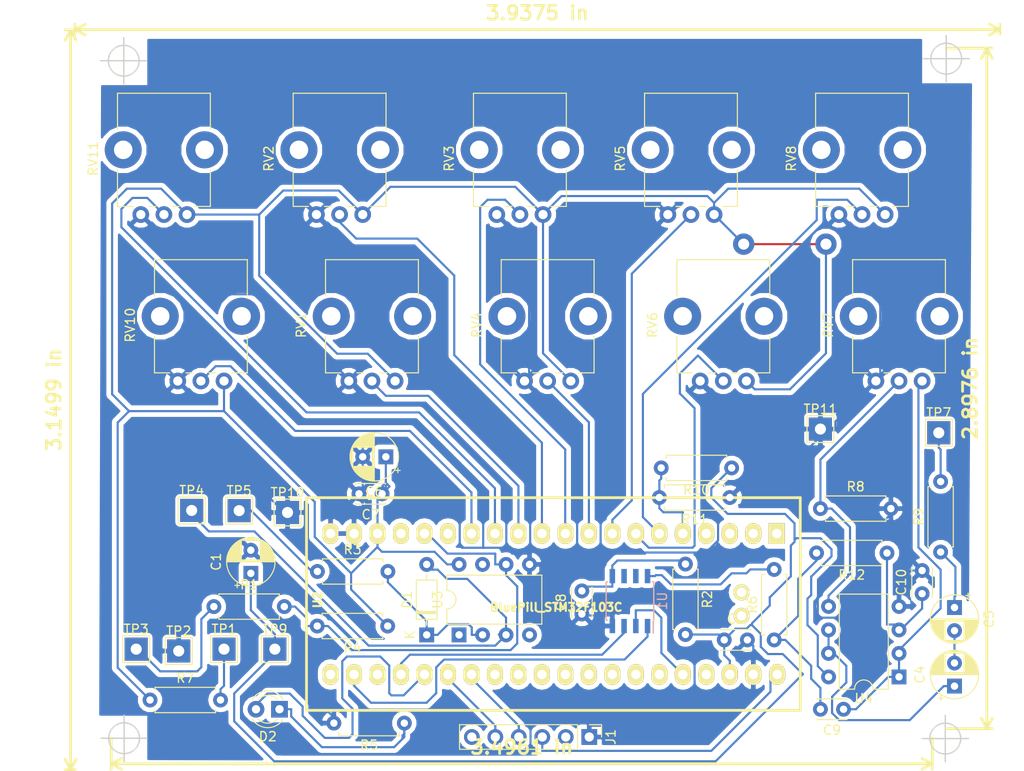
<source format=kicad_pcb>
(kicad_pcb (version 20171130) (host pcbnew 5.0.2+dfsg1-1~bpo9+1)
  (layers (0 F.Cu signal) (31 B.Cu signal) (34 B.Paste user) (35 F.Paste user) (36 B.SilkS user) (37 F.SilkS user) (38 B.Mask user) (39 F.Mask user) (44 Edge.Cuts user))
  (net 0 "")
  (net 1 "Net-(D1-Pad1)")
  (net 2 "Net-(D1-Pad2)")
  (net 3 "Net-(RV6-Pad2)")
  (net 4 "Net-(RV5-Pad2)")
  (net 5 "Net-(RV4-Pad2)")
  (net 6 "Net-(RV3-Pad2)")
  (net 7 "Net-(RV2-Pad2)")
  (net 8 "Net-(RV1-Pad2)")
  (net 9 "Net-(R1-Pad2)")
  (net 10 +3V3)
  (net 11 GND)
  (net 12 "Net-(D2-Pad2)")
  (net 13 "Net-(J1-Pad4)")
  (net 14 "Net-(J1-Pad3)")
  (net 15 "Net-(D2-Pad1)")
  (net 16 "Net-(R1-Pad1)")
  (net 17 "Net-(R3-Pad1)")
  (net 18 "Net-(R8-Pad1)")
  (net 19 "Net-(RV8-Pad2)")
  (net 20 "Net-(J1-Pad5)")
  (net 21 DAC_out)
  (net 22 "Net-(R7-Pad2)")
  (net 23 "Net-(RV10-Pad2)")
  (net 24 "Net-(RV11-Pad2)")
  (net 25 "Net-(U1-Pad2)")
  (net 26 "Net-(U1-Pad3)")
  (net 27 "Net-(C4-Pad1)")
  (net 28 "Net-(C4-Pad2)")
  (net 29 "Net-(C5-Pad1)")
  (net 30 "Net-(R9-Pad2)")
  (net 31 "Net-(R10-Pad2)")
  (net 32 "Net-(C9-Pad2)")
  (net 33 "Net-(C10-Pad1)")
  (net 34 batt+)
  (net 35 "Net-(R6-Pad2)")
  (net 36 "Net-(U1-Pad1)")
  (net 37 "Net-(C8-Pad2)")
  (module Potentiometer_THT:Potentiometer_Alps_RK09K_Single_Vertical (layer F.Cu) (at 74.5 39 90)
    (fp_text reference RV2 (at 6.05 -10.15 90) (layer F.SilkS))
    (fp_text value 10K)
    (pad 3 thru_hole circle (at 0 -5 90) (size 1.8 1.8) (drill 1) (layers *.Cu *.Mask) (net 11 GND))
    (pad 2 thru_hole circle (at 0 -2.5 90) (size 1.8 1.8) (drill 1) (layers *.Cu *.Mask) (net 7 "Net-(RV2-Pad2)"))
    (pad 1 thru_hole circle (at 0 0 90) (size 1.8 1.8) (drill 1) (layers *.Cu *.Mask) (net 10 +3V3))
    (pad "" np_thru_hole circle (at 7 -6.9 90) (size 4 4) (drill 2) (layers *.Cu *.Mask))
    (pad "" np_thru_hole circle (at 7 1.9 90) (size 4 4) (drill 2) (layers *.Cu *.Mask))
  )
  (module BluePill_breakouts:BluePill_STM32F103C (layer F.Cu) (at 119.23 73.5 270)
    (fp_text reference U2 (at 7.1628 49.6062 90) (layer F.SilkS) (effects (font (size 0.889 0.889) (thickness 0.3048))))
    (fp_text value BluePill_STM32F103C (at 7.9756 23.7998) (layer F.SilkS) (effects (font (size 0.889 0.889) (thickness 0.22225))))
    (pad 1 thru_hole rect (at 0 -0.0508 180) (size 1.7272 2.25) (drill 1.016) (layers *.Cu *.Mask F.SilkS))
    (pad 2 thru_hole oval (at 0 2.4892 180) (size 1.7272 2.25) (drill 1.016) (layers *.Cu *.Mask F.SilkS))
    (pad 3 thru_hole oval (at 0 5.0292 180) (size 1.7272 2.25) (drill 1.016) (layers *.Cu *.Mask F.SilkS))
    (pad 4 thru_hole oval (at 0 7.5692 180) (size 1.7272 2.25) (drill 1.016) (layers *.Cu *.Mask F.SilkS))
    (pad 5 thru_hole oval (at 0 10.1092 180) (size 1.7272 2.25) (drill 1.016) (layers *.Cu *.Mask F.SilkS) (net 31 "Net-(R10-Pad2)"))
    (pad 6 thru_hole oval (at 0 12.6492 180) (size 1.7272 2.25) (drill 1.016) (layers *.Cu *.Mask F.SilkS) (net 19 "Net-(RV8-Pad2)"))
    (pad 7 thru_hole oval (at 0 15.1892 180) (size 1.7272 2.25) (drill 1.016) (layers *.Cu *.Mask F.SilkS) (net 3 "Net-(RV6-Pad2)"))
    (pad 8 thru_hole oval (at 0 17.7292 180) (size 1.7272 2.25) (drill 1.016) (layers *.Cu *.Mask F.SilkS) (net 4 "Net-(RV5-Pad2)"))
    (pad 9 thru_hole oval (at 0 20.2692 180) (size 1.7272 2.25) (drill 1.016) (layers *.Cu *.Mask F.SilkS) (net 5 "Net-(RV4-Pad2)"))
    (pad 10 thru_hole oval (at 0 22.8092 180) (size 1.7272 2.25) (drill 1.016) (layers *.Cu *.Mask F.SilkS) (net 6 "Net-(RV3-Pad2)"))
    (pad 11 thru_hole oval (at 0 25.3492 180) (size 1.7272 2.25) (drill 1.016) (layers *.Cu *.Mask F.SilkS) (net 7 "Net-(RV2-Pad2)"))
    (pad 12 thru_hole oval (at 0 27.8892 180) (size 1.7272 2.25) (drill 1.016) (layers *.Cu *.Mask F.SilkS) (net 8 "Net-(RV1-Pad2)"))
    (pad 13 thru_hole oval (at 0 30.4292 180) (size 1.7272 2.25) (drill 1.016) (layers *.Cu *.Mask F.SilkS) (net 24 "Net-(RV11-Pad2)"))
    (pad 14 thru_hole oval (at 0 32.9692 180) (size 1.7272 2.25) (drill 1.016) (layers *.Cu *.Mask F.SilkS) (net 23 "Net-(RV10-Pad2)"))
    (pad 15 thru_hole oval (at 0 35.5092 180) (size 1.7272 2.25) (drill 1.016) (layers *.Cu *.Mask F.SilkS))
    (pad 16 thru_hole oval (at 0 38.0492 180) (size 1.7272 2.25) (drill 1.016) (layers *.Cu *.Mask F.SilkS) (net 9 "Net-(R1-Pad2)"))
    (pad 17 thru_hole oval (at 0 40.5892 180) (size 1.7272 2.25) (drill 1.016) (layers *.Cu *.Mask F.SilkS))
    (pad 18 thru_hole oval (at 0 43.1292 180) (size 1.7272 2.25) (drill 1.016) (layers *.Cu *.Mask F.SilkS) (net 10 +3V3))
    (pad 19 thru_hole oval (at 0 45.6692 180) (size 1.7272 2.25) (drill 1.016) (layers *.Cu *.Mask F.SilkS) (net 11 GND))
    (pad 20 thru_hole oval (at 0 48.2092 180) (size 1.7272 2.25) (drill 1.016) (layers *.Cu *.Mask F.SilkS) (net 11 GND))
    (pad 21 thru_hole oval (at 15.24 48.2092) (size 1.7272 2.25) (drill 1.016) (layers *.Cu *.Mask F.SilkS))
    (pad 22 thru_hole oval (at 15.24 45.6692) (size 1.7272 2.25) (drill 1.016) (layers *.Cu *.Mask F.SilkS) (net 36 "Net-(U1-Pad1)"))
    (pad 23 thru_hole oval (at 15.24 43.1292) (size 1.7272 2.25) (drill 1.016) (layers *.Cu *.Mask F.SilkS))
    (pad 24 thru_hole oval (at 15.24 40.5892) (size 1.7272 2.25) (drill 1.016) (layers *.Cu *.Mask F.SilkS) (net 26 "Net-(U1-Pad3)"))
    (pad 25 thru_hole oval (at 15.24 38.0492) (size 1.7272 2.25) (drill 1.016) (layers *.Cu *.Mask F.SilkS) (net 12 "Net-(D2-Pad2)"))
    (pad 26 thru_hole oval (at 15.24 35.5092) (size 1.7272 2.25) (drill 1.016) (layers *.Cu *.Mask F.SilkS) (net 20 "Net-(J1-Pad5)"))
    (pad 27 thru_hole oval (at 15.24 32.9692) (size 1.7272 2.25) (drill 1.016) (layers *.Cu *.Mask F.SilkS) (net 13 "Net-(J1-Pad4)"))
    (pad 28 thru_hole oval (at 15.24 30.4292) (size 1.7272 2.25) (drill 1.016) (layers *.Cu *.Mask F.SilkS))
    (pad 29 thru_hole oval (at 15.24 27.8892) (size 1.7272 2.25) (drill 1.016) (layers *.Cu *.Mask F.SilkS))
    (pad 30 thru_hole oval (at 15.24 25.3492) (size 1.7272 2.25) (drill 1.016) (layers *.Cu *.Mask F.SilkS))
    (pad 31 thru_hole oval (at 15.24 22.8092) (size 1.7272 2.25) (drill 1.016) (layers *.Cu *.Mask F.SilkS))
    (pad 32 thru_hole oval (at 15.24 20.2692) (size 1.7272 2.25) (drill 1.016) (layers *.Cu *.Mask F.SilkS))
    (pad 33 thru_hole oval (at 15.24 17.7292) (size 1.7272 2.25) (drill 1.016) (layers *.Cu *.Mask F.SilkS))
    (pad 34 thru_hole oval (at 15.24 15.1892) (size 1.7272 2.25) (drill 1.016) (layers *.Cu *.Mask F.SilkS))
    (pad 35 thru_hole oval (at 15.24 12.6492) (size 1.7272 2.25) (drill 1.016) (layers *.Cu *.Mask F.SilkS))
    (pad 36 thru_hole oval (at 15.24 10.1092) (size 1.7272 2.25) (drill 1.016) (layers *.Cu *.Mask F.SilkS) (net 25 "Net-(U1-Pad2)"))
    (pad 37 thru_hole oval (at 15.24 7.5692) (size 1.7272 2.25) (drill 1.016) (layers *.Cu *.Mask F.SilkS))
    (pad 38 thru_hole oval (at 15.24 5.0292) (size 1.7272 2.25) (drill 1.016) (layers *.Cu *.Mask F.SilkS) (net 34 batt+))
    (pad 39 thru_hole oval (at 15.24 2.4892) (size 1.7272 2.25) (drill 1.016) (layers *.Cu *.Mask F.SilkS) (net 11 GND))
    (pad 40 thru_hole oval (at 15.24 -0.1016) (size 1.7272 2.25) (drill 1.016) (layers *.Cu *.Mask F.SilkS) (net 14 "Net-(J1-Pad3)"))
    (pad 41 thru_hole oval (at 8.9 3.7592) (size 1.7272 1.7272) (drill 1.016) (layers *.Cu *.Mask F.SilkS))
    (pad 42 thru_hole oval (at 6.36 3.7592) (size 1.7272 1.7272) (drill 1.016) (layers *.Cu *.Mask F.SilkS))
  )
  (module Diode_THT:D_DO-35_SOD27_P7.62mm_Horizontal (layer F.Cu) (at 81.4206 84.4555 90)
    (fp_text reference D1 (at 3.81 -2.12 90) (layer F.SilkS))
    (fp_text value 1N914)
    (fp_text user K (at 0 -1.8 90) (layer F.SilkS))
    (pad 1 thru_hole rect (at 0 0 90) (size 1.6 1.6) (drill 0.8) (layers *.Cu *.Mask) (net 1 "Net-(D1-Pad1)"))
    (pad 2 thru_hole oval (at 7.62 0 90) (size 1.6 1.6) (drill 0.8) (layers *.Cu *.Mask) (net 2 "Net-(D1-Pad2)"))
  )
  (module LED_THT:LED_D3.0mm (layer F.Cu) (at 65.5 92.5 180)
    (fp_text reference D2 (at 1.27 -2.96 180) (layer F.SilkS))
    (fp_text value LED)
    (pad 1 thru_hole rect (at 0 0 180) (size 1.8 1.8) (drill 0.9) (layers *.Cu *.Mask) (net 15 "Net-(D2-Pad1)"))
    (pad 2 thru_hole circle (at 2.54 0 180) (size 1.8 1.8) (drill 0.9) (layers *.Cu *.Mask) (net 12 "Net-(D2-Pad2)"))
  )
  (module Resistor_THT:R_Axial_DIN0207_L6.3mm_D2.5mm_P7.62mm_Horizontal (layer F.Cu) (at 58.4 81.4)
    (fp_text reference R1 (at 3.81 -2.37) (layer F.SilkS))
    (fp_text value 10)
    (pad 1 thru_hole circle (at 0 0) (size 1.6 1.6) (drill 0.8) (layers *.Cu *.Mask) (net 16 "Net-(R1-Pad1)"))
    (pad 2 thru_hole oval (at 7.62 0) (size 1.6 1.6) (drill 0.8) (layers *.Cu *.Mask) (net 9 "Net-(R1-Pad2)"))
  )
  (module Resistor_THT:R_Axial_DIN0207_L6.3mm_D2.5mm_P7.62mm_Horizontal (layer F.Cu) (at 109.4 76.8 270)
    (fp_text reference R2 (at 3.81 -2.37 270) (layer F.SilkS))
    (fp_text value 10)
    (pad 1 thru_hole circle (at 0 0 270) (size 1.6 1.6) (drill 0.8) (layers *.Cu *.Mask) (net 37 "Net-(C8-Pad2)"))
    (pad 2 thru_hole oval (at 7.62 0 270) (size 1.6 1.6) (drill 0.8) (layers *.Cu *.Mask) (net 34 batt+))
  )
  (module Resistor_THT:R_Axial_DIN0207_L6.3mm_D2.5mm_P7.62mm_Horizontal (layer F.Cu) (at 69.6 77.6)
    (fp_text reference R3 (at 3.81 -2.37) (layer F.SilkS))
    (fp_text value 220)
    (pad 2 thru_hole oval (at 7.62 0) (size 1.6 1.6) (drill 0.8) (layers *.Cu *.Mask) (net 1 "Net-(D1-Pad1)"))
    (pad 1 thru_hole circle (at 0 0) (size 1.6 1.6) (drill 0.8) (layers *.Cu *.Mask) (net 17 "Net-(R3-Pad1)"))
  )
  (module Resistor_THT:R_Axial_DIN0207_L6.3mm_D2.5mm_P7.62mm_Horizontal (layer F.Cu) (at 77.2 83.5 180)
    (fp_text reference R4 (at 3.81 -2.37 180) (layer F.SilkS))
    (fp_text value 220)
    (pad 1 thru_hole circle (at 0 0 180) (size 1.6 1.6) (drill 0.8) (layers *.Cu *.Mask) (net 10 +3V3))
    (pad 2 thru_hole oval (at 7.62 0 180) (size 1.6 1.6) (drill 0.8) (layers *.Cu *.Mask) (net 9 "Net-(R1-Pad2)"))
  )
  (module Resistor_THT:R_Axial_DIN0207_L6.3mm_D2.5mm_P7.62mm_Horizontal (layer F.Cu) (at 79 94 180)
    (fp_text reference R5 (at 3.81 -2.37 180) (layer F.SilkS))
    (fp_text value 220)
    (pad 1 thru_hole circle (at 0 0 180) (size 1.6 1.6) (drill 0.8) (layers *.Cu *.Mask) (net 15 "Net-(D2-Pad1)"))
    (pad 2 thru_hole oval (at 7.62 0 180) (size 1.6 1.6) (drill 0.8) (layers *.Cu *.Mask) (net 11 GND))
  )
  (module Resistor_THT:R_Axial_DIN0207_L6.3mm_D2.5mm_P7.62mm_Horizontal (layer F.Cu) (at 119 85 90)
    (fp_text reference R6 (at 3.81 -2.37 90) (layer F.SilkS))
    (fp_text value 10k)
    (pad 2 thru_hole oval (at 7.62 0 90) (size 1.6 1.6) (drill 0.8) (layers *.Cu *.Mask) (net 35 "Net-(R6-Pad2)"))
    (pad 1 thru_hole circle (at 0 0 90) (size 1.6 1.6) (drill 0.8) (layers *.Cu *.Mask) (net 32 "Net-(C9-Pad2)"))
  )
  (module Potentiometer_THT:Potentiometer_Alps_RK09K_Single_Vertical (layer F.Cu) (at 78 57 90)
    (fp_text reference RV1 (at 6.05 -10.15 90) (layer F.SilkS))
    (fp_text value 10K)
    (pad "" np_thru_hole circle (at 7 1.9 90) (size 4 4) (drill 2) (layers *.Cu *.Mask))
    (pad "" np_thru_hole circle (at 7 -6.9 90) (size 4 4) (drill 2) (layers *.Cu *.Mask))
    (pad 1 thru_hole circle (at 0 0 90) (size 1.8 1.8) (drill 1) (layers *.Cu *.Mask) (net 10 +3V3))
    (pad 2 thru_hole circle (at 0 -2.5 90) (size 1.8 1.8) (drill 1) (layers *.Cu *.Mask) (net 8 "Net-(RV1-Pad2)"))
    (pad 3 thru_hole circle (at 0 -5 90) (size 1.8 1.8) (drill 1) (layers *.Cu *.Mask) (net 11 GND))
  )
  (module Potentiometer_THT:Potentiometer_Alps_RK09K_Single_Vertical (layer F.Cu) (at 94 39 90)
    (fp_text reference RV3 (at 6.05 -10.15 90) (layer F.SilkS))
    (fp_text value 10K)
    (pad 3 thru_hole circle (at 0 -5 90) (size 1.8 1.8) (drill 1) (layers *.Cu *.Mask) (net 11 GND))
    (pad 2 thru_hole circle (at 0 -2.5 90) (size 1.8 1.8) (drill 1) (layers *.Cu *.Mask) (net 6 "Net-(RV3-Pad2)"))
    (pad 1 thru_hole circle (at 0 0 90) (size 1.8 1.8) (drill 1) (layers *.Cu *.Mask) (net 10 +3V3))
    (pad "" np_thru_hole circle (at 7 -6.9 90) (size 4 4) (drill 2) (layers *.Cu *.Mask))
    (pad "" np_thru_hole circle (at 7 1.9 90) (size 4 4) (drill 2) (layers *.Cu *.Mask))
  )
  (module Potentiometer_THT:Potentiometer_Alps_RK09K_Single_Vertical (layer F.Cu) (at 97 57 90)
    (fp_text reference RV4 (at 6.05 -10.15 90) (layer F.SilkS))
    (fp_text value 10K)
    (pad "" np_thru_hole circle (at 7 1.9 90) (size 4 4) (drill 2) (layers *.Cu *.Mask))
    (pad "" np_thru_hole circle (at 7 -6.9 90) (size 4 4) (drill 2) (layers *.Cu *.Mask))
    (pad 1 thru_hole circle (at 0 0 90) (size 1.8 1.8) (drill 1) (layers *.Cu *.Mask) (net 10 +3V3))
    (pad 2 thru_hole circle (at 0 -2.5 90) (size 1.8 1.8) (drill 1) (layers *.Cu *.Mask) (net 5 "Net-(RV4-Pad2)"))
    (pad 3 thru_hole circle (at 0 -5 90) (size 1.8 1.8) (drill 1) (layers *.Cu *.Mask) (net 11 GND))
  )
  (module Potentiometer_THT:Potentiometer_Alps_RK09K_Single_Vertical (layer F.Cu) (at 112.5 39 90)
    (fp_text reference RV5 (at 6.05 -10.15 90) (layer F.SilkS))
    (fp_text value 10K)
    (pad 3 thru_hole circle (at 0 -5 90) (size 1.8 1.8) (drill 1) (layers *.Cu *.Mask) (net 11 GND))
    (pad 2 thru_hole circle (at 0 -2.5 90) (size 1.8 1.8) (drill 1) (layers *.Cu *.Mask) (net 4 "Net-(RV5-Pad2)"))
    (pad 1 thru_hole circle (at 0 0 90) (size 1.8 1.8) (drill 1) (layers *.Cu *.Mask) (net 10 +3V3))
    (pad "" np_thru_hole circle (at 7 -6.9 90) (size 4 4) (drill 2) (layers *.Cu *.Mask))
    (pad "" np_thru_hole circle (at 7 1.9 90) (size 4 4) (drill 2) (layers *.Cu *.Mask))
  )
  (module Potentiometer_THT:Potentiometer_Alps_RK09K_Single_Vertical (layer F.Cu) (at 116 57 90)
    (fp_text reference RV6 (at 6.05 -10.15 90) (layer F.SilkS))
    (fp_text value 10K)
    (pad "" np_thru_hole circle (at 7 1.9 90) (size 4 4) (drill 2) (layers *.Cu *.Mask))
    (pad "" np_thru_hole circle (at 7 -6.9 90) (size 4 4) (drill 2) (layers *.Cu *.Mask))
    (pad 1 thru_hole circle (at 0 0 90) (size 1.8 1.8) (drill 1) (layers *.Cu *.Mask) (net 10 +3V3))
    (pad 2 thru_hole circle (at 0 -2.5 90) (size 1.8 1.8) (drill 1) (layers *.Cu *.Mask) (net 3 "Net-(RV6-Pad2)"))
    (pad 3 thru_hole circle (at 0 -5 90) (size 1.8 1.8) (drill 1) (layers *.Cu *.Mask) (net 11 GND))
  )
  (module Potentiometer_THT:Potentiometer_Alps_RK09K_Single_Vertical (layer F.Cu) (at 135 57 90)
    (fp_text reference RV7 (at 6.05 -10.15 90) (layer F.SilkS))
    (fp_text value 10K)
    (pad 3 thru_hole circle (at 0 -5 90) (size 1.8 1.8) (drill 1) (layers *.Cu *.Mask) (net 11 GND))
    (pad 2 thru_hole circle (at 0 -2.5 90) (size 1.8 1.8) (drill 1) (layers *.Cu *.Mask) (net 18 "Net-(R8-Pad1)"))
    (pad 1 thru_hole circle (at 0 0 90) (size 1.8 1.8) (drill 1) (layers *.Cu *.Mask) (net 21 DAC_out))
    (pad "" np_thru_hole circle (at 7 -6.9 90) (size 4 4) (drill 2) (layers *.Cu *.Mask))
    (pad "" np_thru_hole circle (at 7 1.9 90) (size 4 4) (drill 2) (layers *.Cu *.Mask))
  )
  (module Potentiometer_THT:Potentiometer_Alps_RK09K_Single_Vertical (layer F.Cu) (at 131 39 90)
    (fp_text reference RV8 (at 6.05 -10.15 90) (layer F.SilkS))
    (fp_text value 10K)
    (pad "" np_thru_hole circle (at 7 1.9 90) (size 4 4) (drill 2) (layers *.Cu *.Mask))
    (pad "" np_thru_hole circle (at 7 -6.9 90) (size 4 4) (drill 2) (layers *.Cu *.Mask))
    (pad 1 thru_hole circle (at 0 0 90) (size 1.8 1.8) (drill 1) (layers *.Cu *.Mask) (net 10 +3V3))
    (pad 2 thru_hole circle (at 0 -2.5 90) (size 1.8 1.8) (drill 1) (layers *.Cu *.Mask) (net 19 "Net-(RV8-Pad2)"))
    (pad 3 thru_hole circle (at 0 -5 90) (size 1.8 1.8) (drill 1) (layers *.Cu *.Mask) (net 11 GND))
  )
  (module TestPoint:TestPoint_THTPad_2.5x2.5mm_Drill1.2mm (layer F.Cu) (at 59.5 86)
    (fp_text reference TP1 (at 0 -2.148) (layer F.SilkS))
    (fp_text value T4)
    (pad 1 thru_hole rect (at 0 0) (size 2.5 2.5) (drill 1.2) (layers *.Cu *.Mask) (net 22 "Net-(R7-Pad2)"))
  )
  (module TestPoint:TestPoint_THTPad_2.5x2.5mm_Drill1.2mm (layer F.Cu) (at 54.6 86.2)
    (fp_text reference TP2 (at 0 -2.148) (layer F.SilkS))
    (fp_text value T2)
    (pad 1 thru_hole rect (at 0 0) (size 2.5 2.5) (drill 1.2) (layers *.Cu *.Mask) (net 11 GND))
  )
  (module TestPoint:TestPoint_THTPad_2.5x2.5mm_Drill1.2mm (layer F.Cu) (at 50 86)
    (fp_text reference TP3 (at 0 -2.148) (layer F.SilkS))
    (fp_text value T5)
    (pad 1 thru_hole rect (at 0 0) (size 2.5 2.5) (drill 1.2) (layers *.Cu *.Mask) (net 16 "Net-(R1-Pad1)"))
  )
  (module TestPoint:TestPoint_THTPad_2.5x2.5mm_Drill1.2mm (layer F.Cu) (at 56 71)
    (fp_text reference TP4 (at 0 -2.148) (layer F.SilkS))
    (fp_text value IN5)
    (pad 1 thru_hole rect (at 0 0) (size 2.5 2.5) (drill 1.2) (layers *.Cu *.Mask) (net 2 "Net-(D1-Pad2)"))
  )
  (module TestPoint:TestPoint_THTPad_2.5x2.5mm_Drill1.2mm (layer F.Cu) (at 61.1364 71.0184)
    (fp_text reference TP5 (at 0 -2.148) (layer F.SilkS))
    (fp_text value IN4)
    (pad 1 thru_hole rect (at 0 0) (size 2.5 2.5) (drill 1.2) (layers *.Cu *.Mask) (net 17 "Net-(R3-Pad1)"))
  )
  (module TestPoint:TestPoint_THTPad_2.5x2.5mm_Drill1.2mm (layer F.Cu) (at 136.8 62.6)
    (fp_text reference TP7 (at 0 -2.148) (layer F.SilkS))
    (fp_text value out1)
    (pad 1 thru_hole rect (at 0 0) (size 2.5 2.5) (drill 1.2) (layers *.Cu *.Mask) (net 30 "Net-(R9-Pad2)"))
  )
  (module TestPoint:TestPoint_THTPad_2.5x2.5mm_Drill1.2mm (layer F.Cu) (at 65 86)
    (fp_text reference TP9 (at 0 -2.148) (layer F.SilkS))
    (fp_text value Batt+)
    (pad 1 thru_hole rect (at 0 0) (size 2.5 2.5) (drill 1.2) (layers *.Cu *.Mask) (net 34 batt+))
  )
  (module TestPoint:TestPoint_THTPad_2.5x2.5mm_Drill1.2mm (layer F.Cu) (at 66.3688 71.2216)
    (fp_text reference TP10 (at 0 -2.148) (layer F.SilkS))
    (fp_text value Batt-)
    (pad 1 thru_hole rect (at 0 0) (size 2.5 2.5) (drill 1.2) (layers *.Cu *.Mask) (net 11 GND))
  )
  (module TestPoint:TestPoint_THTPad_2.5x2.5mm_Drill1.2mm (layer F.Cu) (at 124 62.2)
    (fp_text reference TP11 (at 0 -2.148) (layer F.SilkS))
    (fp_text value GND)
    (pad 1 thru_hole rect (at 0 0) (size 2.5 2.5) (drill 1.2) (layers *.Cu *.Mask) (net 11 GND))
  )
  (module Resistor_THT:R_Axial_DIN0207_L6.3mm_D2.5mm_P7.62mm_Horizontal (layer F.Cu) (at 124 70.8)
    (fp_text reference R8 (at 3.81 -2.37) (layer F.SilkS))
    (fp_text value 1k)
    (pad 2 thru_hole oval (at 7.62 0) (size 1.6 1.6) (drill 0.8) (layers *.Cu *.Mask) (net 11 GND))
    (pad 1 thru_hole circle (at 0 0) (size 1.6 1.6) (drill 0.8) (layers *.Cu *.Mask) (net 18 "Net-(R8-Pad1)"))
  )
  (module Connector_PinHeader_2.54mm:PinHeader_1x06_P2.54mm_Vertical (layer F.Cu) (at 99 95.5 270)
    (fp_text reference J1 (at 0 -2.33 270) (layer F.SilkS))
    (fp_text value Conn_01x06_Female)
    (pad 1 thru_hole rect (at 0 0 270) (size 1.7 1.7) (drill 1) (layers *.Cu *.Mask) (net 11 GND))
    (pad 2 thru_hole oval (at 0 2.54 270) (size 1.7 1.7) (drill 1) (layers *.Cu *.Mask))
    (pad 3 thru_hole oval (at 0 5.08 270) (size 1.7 1.7) (drill 1) (layers *.Cu *.Mask) (net 14 "Net-(J1-Pad3)"))
    (pad 4 thru_hole oval (at 0 7.62 270) (size 1.7 1.7) (drill 1) (layers *.Cu *.Mask) (net 13 "Net-(J1-Pad4)"))
    (pad 5 thru_hole oval (at 0 10.16 270) (size 1.7 1.7) (drill 1) (layers *.Cu *.Mask) (net 20 "Net-(J1-Pad5)"))
    (pad 6 thru_hole oval (at 0 12.7 270) (size 1.7 1.7) (drill 1) (layers *.Cu *.Mask))
  )
  (module Resistor_THT:R_Axial_DIN0207_L6.3mm_D2.5mm_P7.62mm_Horizontal (layer F.Cu) (at 51.5 91.5)
    (fp_text reference R7 (at 3.81 -2.37) (layer F.SilkS))
    (fp_text value 33)
    (pad 1 thru_hole circle (at 0 0) (size 1.6 1.6) (drill 0.8) (layers *.Cu *.Mask) (net 10 +3V3))
    (pad 2 thru_hole oval (at 7.62 0) (size 1.6 1.6) (drill 0.8) (layers *.Cu *.Mask) (net 22 "Net-(R7-Pad2)"))
  )
  (module Potentiometer_THT:Potentiometer_Alps_RK09K_Single_Vertical (layer F.Cu) (at 59.5 57 90)
    (fp_text reference RV10 (at 6.05 -10.15 90) (layer F.SilkS))
    (fp_text value 10K)
    (pad "" np_thru_hole circle (at 7 1.9 90) (size 4 4) (drill 2) (layers *.Cu *.Mask))
    (pad "" np_thru_hole circle (at 7 -6.9 90) (size 4 4) (drill 2) (layers *.Cu *.Mask))
    (pad 1 thru_hole circle (at 0 0 90) (size 1.8 1.8) (drill 1) (layers *.Cu *.Mask) (net 10 +3V3))
    (pad 2 thru_hole circle (at 0 -2.5 90) (size 1.8 1.8) (drill 1) (layers *.Cu *.Mask) (net 23 "Net-(RV10-Pad2)"))
    (pad 3 thru_hole circle (at 0 -5 90) (size 1.8 1.8) (drill 1) (layers *.Cu *.Mask) (net 11 GND))
  )
  (module Potentiometer_THT:Potentiometer_Alps_RK09K_Single_Vertical (layer F.Cu) (at 55.5 39 90)
    (fp_text reference RV11 (at 6.05 -10.15 90) (layer F.SilkS))
    (fp_text value 10K)
    (pad 3 thru_hole circle (at 0 -5 90) (size 1.8 1.8) (drill 1) (layers *.Cu *.Mask) (net 11 GND))
    (pad 2 thru_hole circle (at 0 -2.5 90) (size 1.8 1.8) (drill 1) (layers *.Cu *.Mask) (net 24 "Net-(RV11-Pad2)"))
    (pad 1 thru_hole circle (at 0 0 90) (size 1.8 1.8) (drill 1) (layers *.Cu *.Mask) (net 10 +3V3))
    (pad "" np_thru_hole circle (at 7 -6.9 90) (size 4 4) (drill 2) (layers *.Cu *.Mask))
    (pad "" np_thru_hole circle (at 7 1.9 90) (size 4 4) (drill 2) (layers *.Cu *.Mask))
  )
  (module Package_DIP:DIP-8_W7.62mm (layer F.Cu) (at 84.9206 84.4555 90)
    (fp_text reference U3 (at 3.81 -2.33 90) (layer F.SilkS))
    (fp_text value 6N138)
    (pad 8 thru_hole oval (at 7.62 0 90) (size 1.6 1.6) (drill 0.8) (layers *.Cu *.Mask) (net 10 +3V3))
    (pad 4 thru_hole oval (at 0 7.62 90) (size 1.6 1.6) (drill 0.8) (layers *.Cu *.Mask))
    (pad 7 thru_hole oval (at 7.62 2.54 90) (size 1.6 1.6) (drill 0.8) (layers *.Cu *.Mask))
    (pad 3 thru_hole oval (at 0 5.08 90) (size 1.6 1.6) (drill 0.8) (layers *.Cu *.Mask) (net 2 "Net-(D1-Pad2)"))
    (pad 6 thru_hole oval (at 7.62 5.08 90) (size 1.6 1.6) (drill 0.8) (layers *.Cu *.Mask) (net 9 "Net-(R1-Pad2)"))
    (pad 2 thru_hole oval (at 0 2.54 90) (size 1.6 1.6) (drill 0.8) (layers *.Cu *.Mask) (net 1 "Net-(D1-Pad1)"))
    (pad 5 thru_hole oval (at 7.62 7.62 90) (size 1.6 1.6) (drill 0.8) (layers *.Cu *.Mask) (net 11 GND))
    (pad 1 thru_hole rect (at 0 0 90) (size 1.6 1.6) (drill 0.8) (layers *.Cu *.Mask))
  )
  (module Capacitor_THT:CP_Radial_D5.0mm_P2.50mm (layer F.Cu) (at 62.4 77.8 90)
    (fp_text reference C1 (at 1.25 -3.75 90) (layer F.SilkS))
    (fp_text value 100u_chem)
    (pad 1 thru_hole rect (at 0 0 90) (size 1.6 1.6) (drill 0.8) (layers *.Cu *.Mask) (net 34 batt+))
    (pad 2 thru_hole circle (at 2.5 0 90) (size 1.6 1.6) (drill 0.8) (layers *.Cu *.Mask) (net 11 GND))
  )
  (module Capacitor_THT:CP_Radial_D5.0mm_P2.50mm (layer F.Cu) (at 138.5 90 90)
    (fp_text reference C4 (at 1.25 -3.75 90) (layer F.SilkS))
    (fp_text value 10u)
    (pad 1 thru_hole rect (at 0 0 90) (size 1.6 1.6) (drill 0.8) (layers *.Cu *.Mask) (net 27 "Net-(C4-Pad1)"))
    (pad 2 thru_hole circle (at 2.5 0 90) (size 1.6 1.6) (drill 0.8) (layers *.Cu *.Mask) (net 28 "Net-(C4-Pad2)"))
  )
  (module Capacitor_THT:CP_Radial_D5.0mm_P2.50mm (layer F.Cu) (at 138.5 81.5 270)
    (fp_text reference C5 (at 1.25 -3.75 270) (layer F.SilkS))
    (fp_text value 10u)
    (pad 2 thru_hole circle (at 2.5 0 270) (size 1.6 1.6) (drill 0.8) (layers *.Cu *.Mask) (net 28 "Net-(C4-Pad2)"))
    (pad 1 thru_hole rect (at 0 0 270) (size 1.6 1.6) (drill 0.8) (layers *.Cu *.Mask) (net 29 "Net-(C5-Pad1)"))
  )
  (module Resistor_THT:R_Axial_DIN0207_L6.3mm_D2.5mm_P7.62mm_Horizontal (layer F.Cu) (at 137 75.5 90)
    (fp_text reference R9 (at 3.81 -2.37 90) (layer F.SilkS))
    (fp_text value 100R)
    (pad 1 thru_hole circle (at 0 0 90) (size 1.6 1.6) (drill 0.8) (layers *.Cu *.Mask) (net 29 "Net-(C5-Pad1)"))
    (pad 2 thru_hole oval (at 7.62 0 90) (size 1.6 1.6) (drill 0.8) (layers *.Cu *.Mask) (net 30 "Net-(R9-Pad2)"))
  )
  (module Package_DIP:DIP-8_W7.62mm (layer F.Cu) (at 132.5 89 180)
    (fp_text reference U4 (at 3.81 -2.33 180) (layer F.SilkS))
    (fp_text value LM358)
    (pad 1 thru_hole rect (at 0 0 180) (size 1.6 1.6) (drill 0.8) (layers *.Cu *.Mask) (net 21 DAC_out))
    (pad 5 thru_hole oval (at 7.62 7.62 180) (size 1.6 1.6) (drill 0.8) (layers *.Cu *.Mask) (net 18 "Net-(R8-Pad1)"))
    (pad 2 thru_hole oval (at 0 2.54 180) (size 1.6 1.6) (drill 0.8) (layers *.Cu *.Mask) (net 21 DAC_out))
    (pad 6 thru_hole oval (at 7.62 5.08 180) (size 1.6 1.6) (drill 0.8) (layers *.Cu *.Mask) (net 27 "Net-(C4-Pad1)"))
    (pad 3 thru_hole oval (at 0 5.08 180) (size 1.6 1.6) (drill 0.8) (layers *.Cu *.Mask) (net 33 "Net-(C10-Pad1)"))
    (pad 7 thru_hole oval (at 7.62 2.54 180) (size 1.6 1.6) (drill 0.8) (layers *.Cu *.Mask) (net 27 "Net-(C4-Pad1)"))
    (pad 4 thru_hole oval (at 0 7.62 180) (size 1.6 1.6) (drill 0.8) (layers *.Cu *.Mask) (net 11 GND))
    (pad 8 thru_hole oval (at 7.62 0 180) (size 1.6 1.6) (drill 0.8) (layers *.Cu *.Mask) (net 34 batt+))
  )
  (module Resistor_THT:R_Axial_DIN0207_L6.3mm_D2.5mm_P7.62mm_Horizontal (layer F.Cu) (at 114.4 66.4 180)
    (fp_text reference R10 (at 3.81 -2.37 180) (layer F.SilkS))
    (fp_text value 22k)
    (pad 2 thru_hole oval (at 7.62 0 180) (size 1.6 1.6) (drill 0.8) (layers *.Cu *.Mask) (net 31 "Net-(R10-Pad2)"))
    (pad 1 thru_hole circle (at 0 0 180) (size 1.6 1.6) (drill 0.8) (layers *.Cu *.Mask) (net 34 batt+))
  )
  (module Resistor_THT:R_Axial_DIN0207_L6.3mm_D2.5mm_P7.62mm_Horizontal (layer F.Cu) (at 114.2 69.6 180)
    (fp_text reference R11 (at 3.81 -2.37 180) (layer F.SilkS))
    (fp_text value 22k)
    (pad 1 thru_hole circle (at 0 0 180) (size 1.6 1.6) (drill 0.8) (layers *.Cu *.Mask) (net 11 GND))
    (pad 2 thru_hole oval (at 7.62 0 180) (size 1.6 1.6) (drill 0.8) (layers *.Cu *.Mask) (net 31 "Net-(R10-Pad2)"))
  )
  (module Capacitor_THT:CP_Radial_D5.0mm_P2.50mm (layer F.Cu) (at 77 65.2 180)
    (fp_text reference C6 (at 1.25 -3.75 180) (layer F.SilkS))
    (fp_text value "100u chem")
    (pad 1 thru_hole rect (at 0 0 180) (size 1.6 1.6) (drill 0.8) (layers *.Cu *.Mask) (net 10 +3V3))
    (pad 2 thru_hole circle (at 2.5 0 180) (size 1.6 1.6) (drill 0.8) (layers *.Cu *.Mask) (net 11 GND))
  )
  (module Capacitor_THT:C_Disc_D3.0mm_W2.0mm_P2.50mm (layer F.Cu) (at 76.6 69.2 180)
    (fp_text reference C7 (at 1.25 -2.25 180) (layer F.SilkS))
    (fp_text value "0.1u ceram")
    (pad 1 thru_hole circle (at 0 0 180) (size 1.6 1.6) (drill 0.8) (layers *.Cu *.Mask) (net 10 +3V3))
    (pad 2 thru_hole circle (at 2.5 0 180) (size 1.6 1.6) (drill 0.8) (layers *.Cu *.Mask) (net 11 GND))
  )
  (module Capacitor_THT:C_Disc_D3.0mm_W2.0mm_P2.50mm (layer F.Cu) (at 113.6 85)
    (fp_text reference C2 (at 1.25 -2.25) (layer F.SilkS))
    (fp_text value "0.1u ceram")
    (pad 2 thru_hole circle (at 2.5 0) (size 1.6 1.6) (drill 0.8) (layers *.Cu *.Mask) (net 11 GND))
    (pad 1 thru_hole circle (at 0 0) (size 1.6 1.6) (drill 0.8) (layers *.Cu *.Mask) (net 34 batt+))
  )
  (module Capacitor_THT:C_Disc_D3.0mm_W2.0mm_P2.50mm (layer F.Cu) (at 98.2 82.2 90)
    (fp_text reference C8 (at 1.25 -2.25 90) (layer F.SilkS))
    (fp_text value 100n)
    (pad 1 thru_hole circle (at 0 0 90) (size 1.6 1.6) (drill 0.8) (layers *.Cu *.Mask) (net 11 GND))
    (pad 2 thru_hole circle (at 2.5 0 90) (size 1.6 1.6) (drill 0.8) (layers *.Cu *.Mask) (net 37 "Net-(C8-Pad2)"))
  )
  (module Capacitor_THT:C_Disc_D3.0mm_W2.0mm_P2.50mm (layer F.Cu) (at 126.5 92.5 180)
    (fp_text reference C9 (at 1.25 -2.25 180) (layer F.SilkS))
    (fp_text value 1000p)
    (pad 1 thru_hole circle (at 0 0 180) (size 1.6 1.6) (drill 0.8) (layers *.Cu *.Mask) (net 21 DAC_out))
    (pad 2 thru_hole circle (at 2.5 0 180) (size 1.6 1.6) (drill 0.8) (layers *.Cu *.Mask) (net 32 "Net-(C9-Pad2)"))
  )
  (module Capacitor_THT:C_Disc_D3.0mm_W2.0mm_P2.50mm (layer F.Cu) (at 135 80 90)
    (fp_text reference C10 (at 1.25 -2.25 90) (layer F.SilkS))
    (fp_text value 680p)
    (pad 2 thru_hole circle (at 2.5 0 90) (size 1.6 1.6) (drill 0.8) (layers *.Cu *.Mask) (net 11 GND))
    (pad 1 thru_hole circle (at 0 0 90) (size 1.6 1.6) (drill 0.8) (layers *.Cu *.Mask) (net 33 "Net-(C10-Pad1)"))
  )
  (module Resistor_THT:R_Axial_DIN0207_L6.3mm_D2.5mm_P7.62mm_Horizontal (layer F.Cu) (at 131.2 75.6 180)
    (fp_text reference R12 (at 3.81 -2.37 180) (layer F.SilkS))
    (fp_text value 10k)
    (pad 1 thru_hole circle (at 0 0 180) (size 1.6 1.6) (drill 0.8) (layers *.Cu *.Mask) (net 33 "Net-(C10-Pad1)"))
    (pad 2 thru_hole oval (at 7.62 0 180) (size 1.6 1.6) (drill 0.8) (layers *.Cu *.Mask) (net 32 "Net-(C9-Pad2)"))
  )
  (module Package_SO:SOIC-8_3.9x4.9mm_P1.27mm (layer B.Cu) (at 103.4 80.8 90)
    (fp_text reference U1 (at 0 3.5 90) (layer B.SilkS) (effects (justify mirror)))
    (fp_text value PT8211)
    (pad 1 smd rect (at -2.7 1.905 90) (size 1.55 0.6) (layers B.Cu B.Paste B.Mask) (net 36 "Net-(U1-Pad1)"))
    (pad 2 smd rect (at -2.7 0.635 90) (size 1.55 0.6) (layers B.Cu B.Paste B.Mask) (net 25 "Net-(U1-Pad2)"))
    (pad 3 smd rect (at -2.7 -0.635 90) (size 1.55 0.6) (layers B.Cu B.Paste B.Mask) (net 26 "Net-(U1-Pad3)"))
    (pad 4 smd rect (at -2.7 -1.905 90) (size 1.55 0.6) (layers B.Cu B.Paste B.Mask) (net 11 GND))
    (pad 5 smd rect (at 2.7 -1.905 90) (size 1.55 0.6) (layers B.Cu B.Paste B.Mask) (net 37 "Net-(C8-Pad2)"))
    (pad 6 smd rect (at 2.7 -0.635 90) (size 1.55 0.6) (layers B.Cu B.Paste B.Mask))
    (pad 7 smd rect (at 2.7 0.635 90) (size 1.55 0.6) (layers B.Cu B.Paste B.Mask))
    (pad 8 smd rect (at 2.7 1.905 90) (size 1.55 0.6) (layers B.Cu B.Paste B.Mask) (net 35 "Net-(R6-Pad2)"))
  )
  (dimension 100.011249 (width 0.3) (layer F.SilkS) (gr_text "100,011 mm" (at 93.395086 16.9) (layer F.SilkS) (effects (font (size 1.5 1.5) (thickness 0.3)))) (feature1 (pts (xy 143.400711 19.5) (xy 143.400711 18.413579))) (feature2 (pts (xy 43.389462 19.5) (xy 43.389462 18.413579))) (crossbar (pts (xy 43.389462 19) (xy 143.400711 19))) (arrow1a (pts (xy 143.400711 19) (xy 142.274207 19.586421))) (arrow1b (pts (xy 143.400711 19) (xy 142.274207 18.413579))) (arrow2a (pts (xy 43.389462 19) (xy 44.515966 19.586421))) (arrow2b (pts (xy 43.389462 19) (xy 44.515966 18.413579))))
  (dimension 80.006249 (width 0.3) (layer F.SilkS) (gr_text "80,006 mm" (at 40.808362 59.033593 270) (layer F.SilkS) (effects (font (size 1.5 1.5) (thickness 0.3)))) (feature1 (pts (xy 43.408361 99.036718) (xy 42.321941 99.036718))) (feature2 (pts (xy 43.408361 19.030469) (xy 42.321941 19.030469))) (crossbar (pts (xy 42.908362 19.030469) (xy 42.908362 99.036718))) (arrow1a (pts (xy 42.908362 99.036718) (xy 42.321941 97.910214))) (arrow1b (pts (xy 42.908362 99.036718) (xy 43.494783 97.910214))) (arrow2a (pts (xy 42.908362 19.030469) (xy 42.321941 20.156973))) (arrow2b (pts (xy 42.908362 19.030469) (xy 43.494783 20.156973))))
  (dimension 88.8 (width 0.3) (layer F.SilkS) (gr_text "88,800 mm" (at 91.7 100.5) (layer F.SilkS) (effects (font (size 1.5 1.5) (thickness 0.3)))) (feature1 (pts (xy 47.3 95.6) (xy 47.3 98.986421))) (feature2 (pts (xy 136.1 95.6) (xy 136.1 98.986421))) (crossbar (pts (xy 136.1 98.4) (xy 47.3 98.4))) (arrow1a (pts (xy 47.3 98.4) (xy 48.426504 97.813579))) (arrow1b (pts (xy 47.3 98.4) (xy 48.426504 98.986421))) (arrow2a (pts (xy 136.1 98.4) (xy 134.973496 97.813579))) (arrow2b (pts (xy 136.1 98.4) (xy 134.973496 98.986421))))
  (dimension 73.6 (width 0.3) (layer F.SilkS) (gr_text "73,600 mm" (at 144.095385 57.8 270) (layer F.SilkS) (effects (font (size 1.5 1.5) (thickness 0.3)))) (feature1 (pts (xy 137.6 94.6) (xy 142.581806 94.6))) (feature2 (pts (xy 137.6 21) (xy 142.581806 21))) (crossbar (pts (xy 141.995385 21) (xy 141.995385 94.6))) (arrow1a (pts (xy 141.995385 94.6) (xy 141.408964 93.473496))) (arrow1b (pts (xy 141.995385 94.6) (xy 142.581806 93.473496))) (arrow2a (pts (xy 141.995385 21) (xy 141.408964 22.126504))) (arrow2b (pts (xy 141.995385 21) (xy 142.581806 22.126504))))
  (target plus (at 137.606637 22.140277) (size 5) (width 0.15) (layer Edge.Cuts))
  (target plus (at 48.656069 22.36536) (size 5) (width 0.15) (layer Edge.Cuts))
  (target plus (at 48.696677 95.633755) (size 5) (width 0.15) (layer Edge.Cuts))
  (target plus (at 137.504583 95.66998) (size 5) (width 0.15) (layer Edge.Cuts))
  (segment (start 86.2953 84.4555) (end 86.2953 83.6544) (width 0.23) (layer B.Cu) (net 1))
  (segment (start 86.2953 83.6544) (end 85.9311 83.2902) (width 0.23) (layer B.Cu) (net 1))
  (segment (start 85.9311 83.2902) (end 83.7512 83.2902) (width 0.23) (layer B.Cu) (net 1))
  (segment (start 83.7512 83.2902) (end 82.5859 84.4555) (width 0.23) (layer B.Cu) (net 1))
  (segment (start 87.4606 84.4555) (end 86.2953 84.4555) (width 0.23) (layer B.Cu) (net 1))
  (segment (start 81.4206 84.4555) (end 82.5859 84.4555) (width 0.23) (layer B.Cu) (net 1))
  (segment (start 77.22 78.7653) (end 81.4206 82.9659) (width 0.23) (layer B.Cu) (net 1))
  (segment (start 81.4206 82.9659) (end 81.4206 84.4555) (width 0.23) (layer B.Cu) (net 1))
  (segment (start 77.22 77.6) (end 77.22 78.7653) (width 0.23) (layer B.Cu) (net 1))
  (segment (start 90.0006 84.4555) (end 89.418 84.4555) (width 0.23) (layer B.Cu) (net 2))
  (segment (start 89.418 84.4555) (end 89.2625 84.4555) (width 0.23) (layer B.Cu) (net 2))
  (segment (start 89.2625 84.4555) (end 89.2128 84.4057) (width 0.23) (layer B.Cu) (net 2))
  (segment (start 90.0006 84.4555) (end 88.8353 85.6208) (width 0.23) (layer B.Cu) (net 2))
  (segment (start 88.8353 85.6208) (end 87.8 85.6208) (width 0.23) (layer B.Cu) (net 2))
  (segment (start 87.9977 85.6208) (end 87.8 85.6208) (width 0.23) (layer B.Cu) (net 2))
  (segment (start 56 71.4) (end 56 71) (width 0.23) (layer B.Cu) (net 2))
  (segment (start 87.8 85.6208) (end 75.1386 85.6208) (width 0.23) (layer B.Cu) (net 2))
  (segment (start 75.1386 85.6208) (end 62.7849 73.2671) (width 0.23) (layer B.Cu) (net 2))
  (segment (start 62.7849 73.2671) (end 57.8671 73.2671) (width 0.23) (layer B.Cu) (net 2))
  (segment (start 57.8671 73.2671) (end 56 71.4) (width 0.23) (layer B.Cu) (net 2))
  (segment (start 81.9851 77.4) (end 81.4206 76.8355) (width 0.23) (layer B.Cu) (net 2))
  (segment (start 82.6 77.4) (end 81.9851 77.4) (width 0.23) (layer B.Cu) (net 2))
  (segment (start 90.0006 84.4555) (end 90.0006 82.6006) (width 0.23) (layer B.Cu) (net 2))
  (segment (start 90.0006 82.6006) (end 85.8 78.4) (width 0.23) (layer B.Cu) (net 2))
  (segment (start 85.8 78.4) (end 83.6 78.4) (width 0.23) (layer B.Cu) (net 2))
  (segment (start 83.6 78.4) (end 82.6 77.4) (width 0.23) (layer B.Cu) (net 2))
  (segment (start 105.4302 75.0302) (end 104.0408 73.6408) (width 0.23) (layer B.Cu) (net 3))
  (segment (start 110.1698 75.0302) (end 105.4302 75.0302) (width 0.23) (layer B.Cu) (net 3))
  (segment (start 104.0408 73.6408) (end 104.0408 73.5) (width 0.23) (layer B.Cu) (net 3))
  (segment (start 110.3908 74.8092) (end 110.1698 75.0302) (width 0.23) (layer B.Cu) (net 3))
  (segment (start 110.3908 59.9459) (end 110.3908 74.8092) (width 0.23) (layer B.Cu) (net 3))
  (segment (start 108.8 58.3551) (end 110.3908 59.9459) (width 0.23) (layer B.Cu) (net 3))
  (segment (start 113.5 57) (end 110.75 54.25) (width 0.23) (layer B.Cu) (net 3))
  (segment (start 110.75 54.25) (end 108.8 56.2) (width 0.23) (layer B.Cu) (net 3))
  (segment (start 108.8 56.2) (end 108.8 58.3551) (width 0.23) (layer B.Cu) (net 3))
  (segment (start 103.6 45.4) (end 110 39) (width 0.23) (layer B.Cu) (net 4))
  (segment (start 103.6 69.9105) (end 103.6 45.4) (width 0.23) (layer B.Cu) (net 4))
  (segment (start 101.5008 72.0097) (end 103.6 69.9105) (width 0.23) (layer B.Cu) (net 4))
  (segment (start 101.5008 73.5) (end 101.5008 72.0097) (width 0.23) (layer B.Cu) (net 4))
  (segment (start 94.5 57) (end 98.9608 61.4608) (width 0.23) (layer B.Cu) (net 5))
  (segment (start 98.9608 61.4608) (end 98.9608 73.5) (width 0.23) (layer B.Cu) (net 5))
  (segment (start 89.9 37.4) (end 91.5 39) (width 0.23) (layer B.Cu) (net 6))
  (segment (start 88 37.4) (end 89.9 37.4) (width 0.23) (layer B.Cu) (net 6))
  (segment (start 87.2 38.2) (end 88 37.4) (width 0.23) (layer B.Cu) (net 6))
  (segment (start 96.4208 73.5) (end 96.4 73.5) (width 0.23) (layer B.Cu) (net 6))
  (segment (start 96.4 64.4) (end 87.2 55.2) (width 0.23) (layer B.Cu) (net 6))
  (segment (start 96.4 73.5) (end 96.4 64.4) (width 0.23) (layer B.Cu) (net 6))
  (segment (start 87.2 55.2) (end 87.2 38.2) (width 0.23) (layer B.Cu) (net 6))
  (segment (start 93.8808 63.6808) (end 93.8808 73.5) (width 0.23) (layer B.Cu) (net 7))
  (segment (start 84.4 54.2) (end 93.8808 63.6808) (width 0.23) (layer B.Cu) (net 7))
  (segment (start 84.4 45.6) (end 84.4 54.2) (width 0.23) (layer B.Cu) (net 7))
  (segment (start 72 39) (end 72 39.8) (width 0.23) (layer B.Cu) (net 7))
  (segment (start 73.8 41.6) (end 80.4 41.6) (width 0.23) (layer B.Cu) (net 7))
  (segment (start 72 39.8) (end 73.8 41.6) (width 0.23) (layer B.Cu) (net 7))
  (segment (start 80.4 41.6) (end 84.4 45.6) (width 0.23) (layer B.Cu) (net 7))
  (segment (start 75.5 57.1) (end 75.5 57) (width 0.23) (layer B.Cu) (net 8))
  (segment (start 91.3408 73.5) (end 91.3408 68.3408) (width 0.23) (layer B.Cu) (net 8))
  (segment (start 91.3408 68.3408) (end 81.6 58.6) (width 0.23) (layer B.Cu) (net 8))
  (segment (start 81.6 58.6) (end 77 58.6) (width 0.23) (layer B.Cu) (net 8))
  (segment (start 77 58.6) (end 75.5 57.1) (width 0.23) (layer B.Cu) (net 8))
  (segment (start 68.4147 83.5) (end 68.4147 82.6294) (width 0.23) (layer B.Cu) (net 9))
  (segment (start 68.4147 82.6294) (end 67.1853 81.4) (width 0.23) (layer B.Cu) (net 9))
  (segment (start 66.02 81.4) (end 67.1853 81.4) (width 0.23) (layer B.Cu) (net 9))
  (segment (start 69.58 83.5) (end 68.4147 83.5) (width 0.23) (layer B.Cu) (net 9))
  (segment (start 70.7453 83.5) (end 69.58 83.5) (width 0.23) (layer B.Cu) (net 9))
  (segment (start 73.3465 86.1012) (end 70.7453 83.5) (width 0.23) (layer B.Cu) (net 9))
  (segment (start 90.4988 86.1012) (end 73.3465 86.1012) (width 0.23) (layer B.Cu) (net 9))
  (segment (start 90.0006 76.8355) (end 90.0006 78.0008) (width 0.23) (layer B.Cu) (net 9))
  (segment (start 90.0006 78.0008) (end 91.2105 79.2107) (width 0.23) (layer B.Cu) (net 9))
  (segment (start 91.2105 79.2107) (end 91.2105 85.3895) (width 0.23) (layer B.Cu) (net 9))
  (segment (start 91.2105 85.3895) (end 90.4988 86.1012) (width 0.23) (layer B.Cu) (net 9))
  (segment (start 81.5 73.5) (end 81.1808 73.5) (width 0.23) (layer B.Cu) (net 9))
  (segment (start 90.0006 76.8355) (end 88.8353 76.8355) (width 0.23) (layer B.Cu) (net 9))
  (segment (start 88.8353 75.6702) (end 83.6702 75.6702) (width 0.23) (layer B.Cu) (net 9))
  (segment (start 88.8353 76.8355) (end 88.8353 75.6702) (width 0.23) (layer B.Cu) (net 9))
  (segment (start 83.6702 75.6702) (end 81.5 73.5) (width 0.23) (layer B.Cu) (net 9))
  (segment (start 112.5 37.7347) (end 112.5 39) (width 0.23) (layer B.Cu) (net 10))
  (segment (start 78 57) (end 75.05 54.05) (width 0.23) (layer B.Cu) (net 10))
  (segment (start 75.05 54.05) (end 71.7326 54.05) (width 0.23) (layer B.Cu) (net 10))
  (segment (start 71.7326 54.05) (end 63.3054 45.6228) (width 0.23) (layer B.Cu) (net 10))
  (segment (start 63.3054 45.6228) (end 63.3054 39) (width 0.23) (layer B.Cu) (net 10))
  (segment (start 63.3054 39) (end 55.5 39) (width 0.23) (layer B.Cu) (net 10))
  (segment (start 97 57) (end 94 54) (width 0.23) (layer B.Cu) (net 10))
  (segment (start 94 54) (end 94 39) (width 0.23) (layer B.Cu) (net 10))
  (segment (start 77 68) (end 76.1008 68.8992) (width 0.23) (layer B.Cu) (net 10))
  (segment (start 76.1008 68.8992) (end 76.1008 73.5) (width 0.23) (layer B.Cu) (net 10))
  (segment (start 76.1008 74.9903) (end 76.049 74.9903) (width 0.23) (layer B.Cu) (net 10))
  (segment (start 76.049 74.9903) (end 73.2442 77.7951) (width 0.23) (layer B.Cu) (net 10))
  (segment (start 73.2442 77.7951) (end 73.2441 77.7952) (width 0.23) (layer B.Cu) (net 10))
  (segment (start 73.2441 77.7952) (end 73.2441 79.5441) (width 0.23) (layer B.Cu) (net 10))
  (segment (start 73.2441 79.5441) (end 77.2 83.5) (width 0.23) (layer B.Cu) (net 10))
  (segment (start 76.1008 74.8702) (end 76.1008 74.9902) (width 0.23) (layer B.Cu) (net 10))
  (segment (start 76.1008 74.9902) (end 76.1008 74.9903) (width 0.23) (layer B.Cu) (net 10))
  (segment (start 76.1008 73.5) (end 76.1008 74.8702) (width 0.23) (layer B.Cu) (net 10))
  (segment (start 59.5 57) (end 59.5 60.2594) (width 0.23) (layer B.Cu) (net 10))
  (segment (start 49.2312 60.2594) (end 59.5 60.2594) (width 0.23) (layer B.Cu) (net 10))
  (segment (start 59.5 60.2594) (end 69.3116 70.071) (width 0.23) (layer B.Cu) (net 10))
  (segment (start 69.3116 70.071) (end 69.3116 73.8626) (width 0.23) (layer B.Cu) (net 10))
  (segment (start 69.3116 73.8626) (end 73.2442 77.7951) (width 0.23) (layer B.Cu) (net 10))
  (segment (start 112.5 39) (end 115.7 42.2) (width 0.23) (layer B.Cu) (net 10))
  (segment (start 115.7 42.2) (end 115.7 42.2) (width 0.23) (layer B.Cu) (net 10))
  (via (at 115.7 42.2) (size 2.3) (drill 1.2) (layers F.Cu B.Cu) (net 10))
  (segment (start 116.899999 57.899999) (end 120.700001 57.899999) (width 0.23) (layer B.Cu) (net 10))
  (segment (start 116 57) (end 116.899999 57.899999) (width 0.23) (layer B.Cu) (net 10))
  (segment (start 120.700001 57.899999) (end 124.6 54) (width 0.23) (layer B.Cu) (net 10))
  (segment (start 124.6 54) (end 124.6 42.2) (width 0.23) (layer B.Cu) (net 10))
  (segment (start 124.6 42.8) (end 124.6 42.2) (width 0.23) (layer B.Cu) (net 10))
  (segment (start 124.6 42.2) (end 124.6 42.8) (width 0.23) (layer B.Cu) (net 10))
  (via (at 124.6 42.2) (size 2.3) (drill 1.2) (layers F.Cu B.Cu) (net 10))
  (segment (start 122.973655 42.2) (end 115.7 42.2) (width 0.23) (layer F.Cu) (net 10))
  (segment (start 124.6 42.2) (end 122.973655 42.2) (width 0.23) (layer F.Cu) (net 10))
  (segment (start 77 68.8) (end 76.6 69.2) (width 0.23) (layer B.Cu) (net 10))
  (segment (start 77 65.2) (end 77 68.8) (width 0.23) (layer B.Cu) (net 10))
  (segment (start 47.4 58.4282) (end 49.2312 60.2594) (width 0.23) (layer B.Cu) (net 10))
  (segment (start 55.5 39) (end 52.7 36.2) (width 0.23) (layer B.Cu) (net 10))
  (segment (start 52.7 36.2) (end 49 36.2) (width 0.23) (layer B.Cu) (net 10))
  (segment (start 49 36.2) (end 47.4 37.8) (width 0.23) (layer B.Cu) (net 10))
  (segment (start 47.4 37.8) (end 47.4 58.4282) (width 0.23) (layer B.Cu) (net 10))
  (segment (start 71.9 36.4) (end 74.5 39) (width 0.23) (layer B.Cu) (net 10))
  (segment (start 65.9054 36.4) (end 71.9 36.4) (width 0.23) (layer B.Cu) (net 10))
  (segment (start 63.3054 39) (end 65.9054 36.4) (width 0.23) (layer B.Cu) (net 10))
  (segment (start 91 36) (end 94 39) (width 0.23) (layer B.Cu) (net 10))
  (segment (start 77.5 36) (end 91 36) (width 0.23) (layer B.Cu) (net 10))
  (segment (start 74.5 39) (end 77.5 36) (width 0.23) (layer B.Cu) (net 10))
  (segment (start 96 37) (end 94 39) (width 0.23) (layer B.Cu) (net 10))
  (segment (start 111.7653 37) (end 96 37) (width 0.23) (layer B.Cu) (net 10))
  (segment (start 112.5 37.7347) (end 111.7653 37) (width 0.23) (layer B.Cu) (net 10))
  (segment (start 114.0347 36.2) (end 112.5 37.7347) (width 0.23) (layer B.Cu) (net 10))
  (segment (start 128.2 36.2) (end 114.0347 36.2) (width 0.23) (layer B.Cu) (net 10))
  (segment (start 131 39) (end 128.2 36.2) (width 0.23) (layer B.Cu) (net 10))
  (segment (start 77.399999 68.399999) (end 77 68) (width 0.23) (layer B.Cu) (net 10))
  (segment (start 76.6 69.2) (end 77.399999 68.399999) (width 0.23) (layer B.Cu) (net 10))
  (segment (start 48 61.4906) (end 49.2312 60.2594) (width 0.23) (layer B.Cu) (net 10))
  (segment (start 48 88) (end 48 61.4906) (width 0.23) (layer B.Cu) (net 10))
  (segment (start 51.5 91.5) (end 48 88) (width 0.23) (layer B.Cu) (net 10))
  (segment (start 82.2707 75.4707) (end 76.5813 75.4707) (width 0.23) (layer B.Cu) (net 10))
  (segment (start 83.6355 76.8355) (end 82.2707 75.4707) (width 0.23) (layer B.Cu) (net 10))
  (segment (start 76.5813 75.4707) (end 76.1008 74.9902) (width 0.23) (layer B.Cu) (net 10))
  (segment (start 84.9206 76.8355) (end 83.6355 76.8355) (width 0.23) (layer B.Cu) (net 10))
  (segment (start 92.5406 75.6702) (end 90.6635 75.6702) (width 0.23) (layer B.Cu) (net 11))
  (segment (start 90.6635 75.6702) (end 90.0298 75.0365) (width 0.23) (layer B.Cu) (net 11))
  (segment (start 50.5 39) (end 59.1225 47.6225) (width 0.23) (layer B.Cu) (net 11))
  (segment (start 59.1225 47.6225) (end 63.6225 47.6225) (width 0.23) (layer B.Cu) (net 11))
  (segment (start 63.6225 47.6225) (end 73 57) (width 0.23) (layer B.Cu) (net 11))
  (segment (start 124 62.2) (end 124.8077 62.2) (width 0.23) (layer B.Cu) (net 11))
  (segment (start 124.8077 62.2) (end 125.6153 62.2) (width 0.23) (layer B.Cu) (net 11))
  (segment (start 126 39) (end 130.4726 43.4726) (width 0.23) (layer B.Cu) (net 11))
  (segment (start 130.4726 43.4726) (end 130.4726 56.5274) (width 0.23) (layer B.Cu) (net 11))
  (segment (start 130.4726 56.5274) (end 130 57) (width 0.23) (layer B.Cu) (net 11))
  (segment (start 118.7131 65.0869) (end 114.2 69.6) (width 0.23) (layer B.Cu) (net 11))
  (segment (start 116.1 85) (end 116.7408 85.6408) (width 0.23) (layer B.Cu) (net 11))
  (segment (start 116.7408 85.6408) (end 116.7408 88.74) (width 0.23) (layer B.Cu) (net 11))
  (segment (start 98.2 82.2) (end 98.3597 82.3597) (width 0.23) (layer B.Cu) (net 11))
  (segment (start 98.3597 82.3597) (end 101.495 82.3597) (width 0.23) (layer B.Cu) (net 11))
  (segment (start 98.2 82.2) (end 93.7059 77.7059) (width 0.23) (layer B.Cu) (net 11))
  (segment (start 93.7059 77.7059) (end 93.7059 76.8355) (width 0.23) (layer B.Cu) (net 11))
  (segment (start 101.495 82.9298) (end 101.495 82.84) (width 0.23) (layer B.Cu) (net 11))
  (segment (start 101.495 83.5) (end 101.495 82.9298) (width 0.23) (layer B.Cu) (net 11))
  (segment (start 111 57) (end 111 57.3739) (width 0.23) (layer B.Cu) (net 11))
  (segment (start 111 57.3739) (end 116.3801 62.7539) (width 0.23) (layer B.Cu) (net 11))
  (segment (start 116.3801 62.7539) (end 118.7131 65.0869) (width 0.23) (layer B.Cu) (net 11))
  (segment (start 89 39) (end 92.4951 42.4951) (width 0.23) (layer B.Cu) (net 11))
  (segment (start 92.4951 42.4951) (end 92.4951 56.5049) (width 0.23) (layer B.Cu) (net 11))
  (segment (start 92.4951 56.5049) (end 92 57) (width 0.23) (layer B.Cu) (net 11))
  (segment (start 71.0208 73.5) (end 73.5608 73.5) (width 0.23) (layer B.Cu) (net 11))
  (segment (start 135 77.5) (end 133.8346 77.5) (width 0.23) (layer B.Cu) (net 11))
  (segment (start 133.8346 77.5) (end 132.5 78.8346) (width 0.23) (layer B.Cu) (net 11))
  (segment (start 132.5 78.8346) (end 132.5 81.38) (width 0.23) (layer B.Cu) (net 11))
  (segment (start 131.62 71.9653) (end 133.8346 74.1799) (width 0.23) (layer B.Cu) (net 11))
  (segment (start 133.8346 74.1799) (end 133.8346 77.5) (width 0.23) (layer B.Cu) (net 11))
  (segment (start 101.495 82.84) (end 101.495 82.4798) (width 0.23) (layer B.Cu) (net 11))
  (segment (start 101.495 82.4798) (end 101.495 82.3597) (width 0.23) (layer B.Cu) (net 11))
  (segment (start 92.7164 76.8355) (end 93.7059 76.8355) (width 0.23) (layer B.Cu) (net 11))
  (segment (start 125.6153 62.2) (end 125.6153 61.3847) (width 0.23) (layer B.Cu) (net 11))
  (segment (start 125.6153 61.3847) (end 130 57) (width 0.23) (layer B.Cu) (net 11))
  (segment (start 100.2308 75.3906) (end 97.6908 75.3906) (width 0.23) (layer B.Cu) (net 11))
  (segment (start 97.6908 75.3906) (end 97.6908 62.6908) (width 0.23) (layer B.Cu) (net 11))
  (segment (start 97.6908 62.6908) (end 92 57) (width 0.23) (layer B.Cu) (net 11))
  (segment (start 131.62 70.8) (end 131.62 71.3826) (width 0.23) (layer B.Cu) (net 11))
  (segment (start 131.62 71.3826) (end 131.62 71.9653) (width 0.23) (layer B.Cu) (net 11))
  (segment (start 118.7131 65.0869) (end 118.7131 65.087) (width 0.23) (layer B.Cu) (net 11))
  (segment (start 118.7131 65.087) (end 121.9207 65.087) (width 0.23) (layer B.Cu) (net 11))
  (segment (start 121.9207 65.087) (end 124.8077 62.2) (width 0.23) (layer B.Cu) (net 11))
  (segment (start 99 95.5) (end 99 94.4048) (width 0.23) (layer B.Cu) (net 11))
  (segment (start 99 94.4048) (end 99 94.2847) (width 0.23) (layer B.Cu) (net 11))
  (segment (start 54.6 86.2) (end 54.6 83.1) (width 0.23) (layer B.Cu) (net 11))
  (segment (start 54.6 83.1) (end 59.8252 77.8748) (width 0.23) (layer B.Cu) (net 11))
  (segment (start 59.8252 77.8748) (end 62.4 75.3) (width 0.23) (layer B.Cu) (net 11))
  (segment (start 97.6908 75.3906) (end 95.1508 75.3906) (width 0.23) (layer B.Cu) (net 11))
  (segment (start 95.1508 75.3906) (end 93.7059 76.8355) (width 0.23) (layer B.Cu) (net 11))
  (segment (start 92.5406 76.8355) (end 92.7164 76.8355) (width 0.23) (layer B.Cu) (net 11))
  (segment (start 92.5406 76.8355) (end 92.5406 75.6702) (width 0.23) (layer B.Cu) (net 11))
  (segment (start 90.0298 75.0365) (end 87.5308 75.0365) (width 0.23) (layer B.Cu) (net 11))
  (segment (start 92.6108 75.6) (end 92.5406 75.6702) (width 0.23) (layer B.Cu) (net 11))
  (segment (start 92.6108 67.4108) (end 92.6108 75.6) (width 0.23) (layer B.Cu) (net 11))
  (segment (start 69.5 39) (end 69.5 39.3) (width 0.23) (layer B.Cu) (net 11))
  (segment (start 76.4 51.2) (end 92.6108 67.4108) (width 0.23) (layer B.Cu) (net 11))
  (segment (start 69.5 39.3) (end 76.4 46.2) (width 0.23) (layer B.Cu) (net 11))
  (segment (start 76.4 46.2) (end 76.4 51.2) (width 0.23) (layer B.Cu) (net 11))
  (segment (start 66.0216 71.2216) (end 66.3688 71.2216) (width 0.23) (layer B.Cu) (net 11))
  (segment (start 62.2 67.4) (end 66.0216 71.2216) (width 0.23) (layer B.Cu) (net 11))
  (segment (start 59.8252 77.8748) (end 56.4748 77.8748) (width 0.23) (layer B.Cu) (net 11))
  (segment (start 56.4748 77.8748) (end 52.2 73.6) (width 0.23) (layer B.Cu) (net 11))
  (segment (start 52.2 73.6) (end 52.2 67.4) (width 0.23) (layer B.Cu) (net 11))
  (segment (start 52.2 67.4) (end 62.2 67.4) (width 0.23) (layer B.Cu) (net 11))
  (segment (start 116.7408 91.2) (end 116.7408 88.74) (width 0.23) (layer B.Cu) (net 11))
  (segment (start 110.3908 91.2) (end 116.7408 91.2) (width 0.23) (layer B.Cu) (net 11))
  (segment (start 110.3908 89.5368) (end 110.3908 91.2) (width 0.23) (layer B.Cu) (net 11))
  (segment (start 110.3908 91.0092) (end 110.3908 89.5368) (width 0.23) (layer B.Cu) (net 11))
  (segment (start 107.1153 94.2847) (end 110.3908 91.0092) (width 0.23) (layer B.Cu) (net 11))
  (segment (start 99 94.2847) (end 107.1153 94.2847) (width 0.23) (layer B.Cu) (net 11))
  (segment (start 111.4 66.2) (end 114.8461 62.7539) (width 0.23) (layer B.Cu) (net 11))
  (segment (start 111.4 69.9481) (end 111.4 66.2) (width 0.23) (layer B.Cu) (net 11))
  (segment (start 112.9308 71.4789) (end 111.4 69.9481) (width 0.23) (layer B.Cu) (net 11))
  (segment (start 114.8461 62.7539) (end 116.3801 62.7539) (width 0.23) (layer B.Cu) (net 11))
  (segment (start 100.2308 75.3906) (end 100.3918 75.5516) (width 0.23) (layer B.Cu) (net 11))
  (segment (start 100.3918 75.5516) (end 111.6259 75.5516) (width 0.23) (layer B.Cu) (net 11))
  (segment (start 111.6259 75.5516) (end 112.9308 74.2467) (width 0.23) (layer B.Cu) (net 11))
  (segment (start 112.9308 74.2467) (end 112.9308 71.4789) (width 0.23) (layer B.Cu) (net 11))
  (segment (start 90.0298 75.0365) (end 90.0298 68.6298) (width 0.23) (layer B.Cu) (net 11))
  (segment (start 73.4 57) (end 73 57) (width 0.23) (layer B.Cu) (net 11))
  (segment (start 80.8 59.4) (end 75.8 59.4) (width 0.23) (layer B.Cu) (net 11))
  (segment (start 90.0298 68.6298) (end 80.8 59.4) (width 0.23) (layer B.Cu) (net 11))
  (segment (start 75.8 59.4) (end 73.4 57) (width 0.23) (layer B.Cu) (net 11))
  (segment (start 73.5608 72.0097) (end 73.5608 73.5) (width 0.23) (layer B.Cu) (net 11))
  (segment (start 74.5 71.0705) (end 73.5608 72.0097) (width 0.23) (layer B.Cu) (net 11))
  (segment (start 74.7 63.6) (end 74.5 63.4) (width 0.23) (layer B.Cu) (net 11))
  (segment (start 79.3177 63.6) (end 74.7 63.6) (width 0.23) (layer B.Cu) (net 11))
  (segment (start 87.5308 75.0365) (end 85.2365 75.0365) (width 0.23) (layer B.Cu) (net 11))
  (segment (start 85.2365 75.0365) (end 84.9908 74.7908) (width 0.23) (layer B.Cu) (net 11))
  (segment (start 84.9908 69.2731) (end 79.3177 63.6) (width 0.23) (layer B.Cu) (net 11))
  (segment (start 84.9908 74.7908) (end 84.9908 69.2731) (width 0.23) (layer B.Cu) (net 11))
  (segment (start 57.1 54.4) (end 54.5 57) (width 0.23) (layer B.Cu) (net 11))
  (segment (start 60.937 54.4) (end 57.1 54.4) (width 0.23) (layer B.Cu) (net 11))
  (segment (start 87.5308 75.0365) (end 87.5308 68.7308) (width 0.23) (layer B.Cu) (net 11))
  (segment (start 87.5308 68.7308) (end 80.2 61.4) (width 0.23) (layer B.Cu) (net 11))
  (segment (start 80.2 61.4) (end 67.937 61.4) (width 0.23) (layer B.Cu) (net 11))
  (segment (start 67.937 61.4) (end 60.937 54.4) (width 0.23) (layer B.Cu) (net 11))
  (segment (start 102 44.5) (end 102 62.1368) (width 0.23) (layer B.Cu) (net 11))
  (segment (start 100.2308 63.906) (end 100.2308 75.3906) (width 0.23) (layer B.Cu) (net 11))
  (segment (start 102 62.1368) (end 100.2308 63.906) (width 0.23) (layer B.Cu) (net 11))
  (segment (start 107.5 39) (end 102 44.5) (width 0.23) (layer B.Cu) (net 11))
  (segment (start 74.1 69.2) (end 74.1 69.8) (width 0.23) (layer B.Cu) (net 11))
  (segment (start 74.1 69.8) (end 74.5 70.2) (width 0.23) (layer B.Cu) (net 11))
  (segment (start 74.5 70.2) (end 74.5 71.0705) (width 0.23) (layer B.Cu) (net 11))
  (segment (start 74.5 63.4) (end 74.5 70.2) (width 0.23) (layer B.Cu) (net 11))
  (segment (start 106.2 80.8) (end 103.0547 80.8) (width 0.23) (layer B.Cu) (net 11))
  (segment (start 110.3908 89.5368) (end 110.3908 87.3908) (width 0.23) (layer B.Cu) (net 11))
  (segment (start 110.3908 87.3908) (end 107.6 84.6) (width 0.23) (layer B.Cu) (net 11))
  (segment (start 107.6 82.2) (end 106.2 80.8) (width 0.23) (layer B.Cu) (net 11))
  (segment (start 103.0547 80.8) (end 101.495 82.3597) (width 0.23) (layer B.Cu) (net 11))
  (segment (start 107.6 84.6) (end 107.6 82.2) (width 0.23) (layer B.Cu) (net 11))
  (segment (start 66.6317 88.9683) (end 66.6317 89.7498) (width 0.23) (layer B.Cu) (net 11))
  (segment (start 67.4 84.4) (end 67.4 88.2) (width 0.23) (layer B.Cu) (net 11))
  (segment (start 65.565001 82.565001) (end 67.4 84.4) (width 0.23) (layer B.Cu) (net 11))
  (segment (start 65.460799 82.565001) (end 65.565001 82.565001) (width 0.23) (layer B.Cu) (net 11))
  (segment (start 64.854999 81.959201) (end 65.460799 82.565001) (width 0.23) (layer B.Cu) (net 11))
  (segment (start 62.4 75.3) (end 64.0654 76.9654) (width 0.23) (layer B.Cu) (net 11))
  (segment (start 64.0654 81.0654) (end 64.854999 81.854999) (width 0.23) (layer B.Cu) (net 11))
  (segment (start 67.4 88.2) (end 66.6317 88.9683) (width 0.23) (layer B.Cu) (net 11))
  (segment (start 64.0654 76.9654) (end 64.0654 81.0654) (width 0.23) (layer B.Cu) (net 11))
  (segment (start 64.854999 81.854999) (end 64.854999 81.959201) (width 0.23) (layer B.Cu) (net 11))
  (segment (start 71.38 93.38) (end 71.38 94.3347) (width 0.23) (layer B.Cu) (net 11))
  (segment (start 67.7498 89.7498) (end 71.38 93.38) (width 0.23) (layer B.Cu) (net 11))
  (segment (start 66.6317 89.7498) (end 67.7498 89.7498) (width 0.23) (layer B.Cu) (net 11))
  (segment (start 66.0819 89.2) (end 66.6317 89.7498) (width 0.23) (layer B.Cu) (net 11))
  (segment (start 63.8 89.2) (end 66.0819 89.2) (width 0.23) (layer B.Cu) (net 11))
  (segment (start 61.4 91.6) (end 63.8 89.2) (width 0.23) (layer B.Cu) (net 11))
  (segment (start 61.4 93) (end 61.4 91.6) (width 0.23) (layer B.Cu) (net 11))
  (segment (start 65.8 97.4) (end 61.4 93) (width 0.23) (layer B.Cu) (net 11))
  (segment (start 91.8 97.4) (end 65.8 97.4) (width 0.23) (layer B.Cu) (net 11))
  (segment (start 99 94.2847) (end 98.1153 93.4) (width 0.23) (layer B.Cu) (net 11))
  (segment (start 92.65 96.55) (end 91.8 97.4) (width 0.23) (layer B.Cu) (net 11))
  (segment (start 98.1153 93.4) (end 92.65 93.4) (width 0.23) (layer B.Cu) (net 11))
  (segment (start 92.65 93.4) (end 92.65 96.55) (width 0.23) (layer B.Cu) (net 11))
  (segment (start 126 74.8) (end 121.9207 70.7207) (width 0.23) (layer B.Cu) (net 11))
  (segment (start 126.2 82.6) (end 123.8 82.6) (width 0.23) (layer B.Cu) (net 11))
  (segment (start 129.2 79.6) (end 126.2 82.6) (width 0.23) (layer B.Cu) (net 11))
  (segment (start 129.2 73.8026) (end 129.2 79.6) (width 0.23) (layer B.Cu) (net 11))
  (segment (start 124.195 79.8676) (end 124.195 78.2923) (width 0.23) (layer B.Cu) (net 11))
  (segment (start 123.8 82.6) (end 123.7146 82.5146) (width 0.23) (layer B.Cu) (net 11))
  (segment (start 121.9207 70.7207) (end 121.9207 65.087) (width 0.23) (layer B.Cu) (net 11))
  (segment (start 126 76.4873) (end 126 74.8) (width 0.23) (layer B.Cu) (net 11))
  (segment (start 123.7146 82.5146) (end 123.7146 80.348) (width 0.23) (layer B.Cu) (net 11))
  (segment (start 123.7146 80.348) (end 124.195 79.8676) (width 0.23) (layer B.Cu) (net 11))
  (segment (start 131.62 71.3826) (end 129.2 73.8026) (width 0.23) (layer B.Cu) (net 11))
  (segment (start 124.195 78.2923) (end 126 76.4873) (width 0.23) (layer B.Cu) (net 11))
  (segment (start 78.9208 91) (end 81.1808 88.74) (width 0.23) (layer B.Cu) (net 12))
  (segment (start 77.6 91) (end 78.9208 91) (width 0.23) (layer B.Cu) (net 12))
  (segment (start 77.3708 87.7708) (end 77.3708 90.7708) (width 0.23) (layer B.Cu) (net 12))
  (segment (start 76.4 86.8) (end 77.3708 87.7708) (width 0.23) (layer B.Cu) (net 12))
  (segment (start 72.8 86.8) (end 76.4 86.8) (width 0.23) (layer B.Cu) (net 12))
  (segment (start 72.2908 87.3092) (end 72.8 86.8) (width 0.23) (layer B.Cu) (net 12))
  (segment (start 72.2908 91.3298) (end 72.2908 87.3092) (width 0.23) (layer B.Cu) (net 12))
  (segment (start 77.3708 90.7708) (end 77.6 91) (width 0.23) (layer B.Cu) (net 12))
  (segment (start 68 92.2) (end 68 93.2) (width 0.23) (layer B.Cu) (net 12))
  (segment (start 62.96 92.04) (end 64.2 90.8) (width 0.23) (layer B.Cu) (net 12))
  (segment (start 64.2 90.8) (end 66.6 90.8) (width 0.23) (layer B.Cu) (net 12))
  (segment (start 68 93.2) (end 70.4 95.6) (width 0.23) (layer B.Cu) (net 12))
  (segment (start 66.6 90.8) (end 68 92.2) (width 0.23) (layer B.Cu) (net 12))
  (segment (start 62.96 92.5) (end 62.96 92.04) (width 0.23) (layer B.Cu) (net 12))
  (segment (start 70.4 95.6) (end 73.0083 95.6) (width 0.23) (layer B.Cu) (net 12))
  (segment (start 73.4 92.439) (end 72.2908 91.3298) (width 0.23) (layer B.Cu) (net 12))
  (segment (start 73.0083 95.6) (end 73.4 95.2083) (width 0.23) (layer B.Cu) (net 12))
  (segment (start 73.4 95.2083) (end 73.4 92.439) (width 0.23) (layer B.Cu) (net 12))
  (segment (start 91.38 94.2847) (end 86.2608 89.1655) (width 0.23) (layer B.Cu) (net 13))
  (segment (start 86.2608 89.1655) (end 86.2608 88.74) (width 0.23) (layer B.Cu) (net 13))
  (segment (start 91.38 95.5) (end 91.38 94.2847) (width 0.23) (layer B.Cu) (net 13))
  (segment (start 93.92 97) (end 93.92 95.5) (width 0.23) (layer B.Cu) (net 14))
  (segment (start 119.3316 88.74) (end 118.6 88.74) (width 0.23) (layer B.Cu) (net 14))
  (segment (start 118.6 88.74) (end 118.6 90.6) (width 0.23) (layer B.Cu) (net 14))
  (segment (start 118.6 90.6) (end 112.2 97) (width 0.23) (layer B.Cu) (net 14))
  (segment (start 112.2 97) (end 93.92 97) (width 0.23) (layer B.Cu) (net 14))
  (segment (start 65.5 92.5) (end 66.7653 92.5) (width 0.23) (layer B.Cu) (net 15))
  (segment (start 66.7653 92.5) (end 66.7653 93.274) (width 0.23) (layer B.Cu) (net 15))
  (segment (start 66.7653 93.274) (end 70.0913 96.6) (width 0.23) (layer B.Cu) (net 15))
  (segment (start 70.0913 96.6) (end 77.9 96.6) (width 0.23) (layer B.Cu) (net 15))
  (segment (start 78.8 95.33137) (end 78.8 95.7) (width 0.23) (layer B.Cu) (net 15))
  (segment (start 79 94) (end 79 95.13137) (width 0.23) (layer B.Cu) (net 15))
  (segment (start 79 95.13137) (end 78.8 95.33137) (width 0.23) (layer B.Cu) (net 15))
  (segment (start 77.9 96.6) (end 78.8 95.7) (width 0.23) (layer B.Cu) (net 15))
  (segment (start 79 95.5) (end 78.9 95.6) (width 0.23) (layer B.Cu) (net 15))
  (segment (start 79 94) (end 79 95.5) (width 0.23) (layer B.Cu) (net 15))
  (segment (start 78.8 95.7) (end 78.9 95.6) (width 0.23) (layer B.Cu) (net 15))
  (segment (start 56.6 88.4) (end 57.05 87.95) (width 0.23) (layer B.Cu) (net 16))
  (segment (start 50 86) (end 51 86) (width 0.23) (layer B.Cu) (net 16))
  (segment (start 51 86) (end 51 86.8) (width 0.23) (layer B.Cu) (net 16))
  (segment (start 57.05 82.75) (end 58.4 81.4) (width 0.23) (layer B.Cu) (net 16))
  (segment (start 57.05 87.95) (end 57.05 82.75) (width 0.23) (layer B.Cu) (net 16))
  (segment (start 52.6 88.4) (end 56.6 88.4) (width 0.23) (layer B.Cu) (net 16))
  (segment (start 51 86.8) (end 52.6 88.4) (width 0.23) (layer B.Cu) (net 16))
  (segment (start 62.4184 71.0184) (end 61.1364 71.0184) (width 0.23) (layer B.Cu) (net 17))
  (segment (start 69 77.6) (end 62.4184 71.0184) (width 0.23) (layer B.Cu) (net 17))
  (segment (start 69.6 77.6) (end 69 77.6) (width 0.23) (layer B.Cu) (net 17))
  (segment (start 132.5 57) (end 124 65.5) (width 0.23) (layer B.Cu) (net 18))
  (segment (start 124 65.5) (end 124 70.8) (width 0.23) (layer B.Cu) (net 18))
  (segment (start 125.2 70.8) (end 124 70.8) (width 0.23) (layer B.Cu) (net 18))
  (segment (start 127.2 77.9177) (end 127.2 72.8) (width 0.23) (layer B.Cu) (net 18))
  (segment (start 124.88 81.38) (end 124.88 80.2147) (width 0.23) (layer B.Cu) (net 18))
  (segment (start 127 77.9177) (end 127.2 77.9177) (width 0.23) (layer B.Cu) (net 18))
  (segment (start 124.88 80.2147) (end 127 78.0947) (width 0.23) (layer B.Cu) (net 18))
  (segment (start 127.2 72.8) (end 125.2 70.8) (width 0.23) (layer B.Cu) (net 18))
  (segment (start 127 78.0947) (end 127 77.9177) (width 0.23) (layer B.Cu) (net 18))
  (segment (start 104.8 71.7192) (end 106.5808 73.5) (width 0.23) (layer B.Cu) (net 19))
  (segment (start 104.8 58.4) (end 104.8 71.7192) (width 0.23) (layer B.Cu) (net 19))
  (segment (start 123.6 39.6) (end 104.8 58.4) (width 0.23) (layer B.Cu) (net 19))
  (segment (start 128.5 39) (end 126.9 37.4) (width 0.23) (layer B.Cu) (net 19))
  (segment (start 126.9 37.4) (end 123.6 37.4) (width 0.23) (layer B.Cu) (net 19))
  (segment (start 123.6 37.4) (end 123.6 39.6) (width 0.23) (layer B.Cu) (net 19))
  (segment (start 83.7208 89.1655) (end 83.7208 88.74) (width 0.23) (layer B.Cu) (net 20))
  (segment (start 88.84 94.2847) (end 83.7208 89.1655) (width 0.23) (layer B.Cu) (net 20))
  (segment (start 88.84 95.5) (end 88.84 94.2847) (width 0.23) (layer B.Cu) (net 20))
  (segment (start 126.5 92.5) (end 127.8347 92.5) (width 0.23) (layer B.Cu) (net 21))
  (segment (start 127.8347 92.5) (end 131.3347 89) (width 0.23) (layer B.Cu) (net 21))
  (segment (start 132.5 89) (end 131.3347 89) (width 0.23) (layer B.Cu) (net 21))
  (segment (start 132.5 89) (end 132.5 86.46) (width 0.23) (layer B.Cu) (net 21))
  (segment (start 132.5 86.46) (end 132.5 86.1) (width 0.23) (layer B.Cu) (net 21))
  (segment (start 134.6 75) (end 134.6 57.4) (width 0.23) (layer B.Cu) (net 21))
  (segment (start 137 81.6) (end 137 77.4) (width 0.23) (layer B.Cu) (net 21))
  (segment (start 132.5 86.1) (end 137 81.6) (width 0.23) (layer B.Cu) (net 21))
  (segment (start 134.6 57.4) (end 135 57) (width 0.23) (layer B.Cu) (net 21))
  (segment (start 137 77.4) (end 134.6 75) (width 0.23) (layer B.Cu) (net 21))
  (segment (start 59.5 86) (end 59.5 89.9547) (width 0.23) (layer B.Cu) (net 22))
  (segment (start 59.5 89.9547) (end 59.12 90.3347) (width 0.23) (layer B.Cu) (net 22))
  (segment (start 59.12 91.5) (end 59.12 90.3347) (width 0.23) (layer B.Cu) (net 22))
  (segment (start 60.2 55.4) (end 58.6 55.4) (width 0.23) (layer B.Cu) (net 23))
  (segment (start 86.2608 73.5) (end 86.2608 69.0608) (width 0.23) (layer B.Cu) (net 23))
  (segment (start 86.2608 69.0608) (end 79.6 62.4) (width 0.23) (layer B.Cu) (net 23))
  (segment (start 58.6 55.4) (end 57 57) (width 0.23) (layer B.Cu) (net 23))
  (segment (start 79.6 62.4) (end 67.2 62.4) (width 0.23) (layer B.Cu) (net 23))
  (segment (start 67.2 62.4) (end 60.2 55.4) (width 0.23) (layer B.Cu) (net 23))
  (segment (start 51.2 37.2) (end 53 39) (width 0.23) (layer B.Cu) (net 24))
  (segment (start 48.4 38.4) (end 49.6 37.2) (width 0.23) (layer B.Cu) (net 24))
  (segment (start 48.4 40.3702) (end 48.4 38.4) (width 0.23) (layer B.Cu) (net 24))
  (segment (start 49.6 37.2) (end 51.2 37.2) (width 0.23) (layer B.Cu) (net 24))
  (segment (start 88.8008 73.5) (end 88.8008 68.6008) (width 0.23) (layer B.Cu) (net 24))
  (segment (start 80.6 60.4) (end 68.4298 60.4) (width 0.23) (layer B.Cu) (net 24))
  (segment (start 88.8008 68.6008) (end 80.6 60.4) (width 0.23) (layer B.Cu) (net 24))
  (segment (start 68.4298 60.4) (end 48.4 40.3702) (width 0.23) (layer B.Cu) (net 24))
  (segment (start 106.8 86.4192) (end 109.1208 88.74) (width 0.23) (layer B.Cu) (net 25))
  (segment (start 104.035 83.5) (end 104.035 81.8) (width 0.23) (layer B.Cu) (net 25))
  (segment (start 104.035 81.8) (end 106 81.8) (width 0.23) (layer B.Cu) (net 25))
  (segment (start 106 81.8) (end 106.8 82.6) (width 0.23) (layer B.Cu) (net 25))
  (segment (start 106.8 82.6) (end 106.8 86.4192) (width 0.23) (layer B.Cu) (net 25))
  (segment (start 102.765 84.235) (end 102.765 83.5) (width 0.23) (layer B.Cu) (net 26))
  (segment (start 78.6408 88.74) (end 78.6408 87.5592) (width 0.23) (layer B.Cu) (net 26))
  (segment (start 100.4 86.6) (end 102.765 84.235) (width 0.23) (layer B.Cu) (net 26))
  (segment (start 78.6408 87.5592) (end 79.6 86.6) (width 0.23) (layer B.Cu) (net 26))
  (segment (start 79.6 86.6) (end 100.4 86.6) (width 0.23) (layer B.Cu) (net 26))
  (segment (start 124.88 83.92) (end 124.88 86.46) (width 0.23) (layer B.Cu) (net 27))
  (segment (start 124.88 86.6) (end 124.88 86.46) (width 0.23) (layer B.Cu) (net 27))
  (segment (start 126.8 89.6115) (end 126.8 87.8) (width 0.23) (layer B.Cu) (net 27))
  (segment (start 125.26 91.1515) (end 126.8 89.6115) (width 0.23) (layer B.Cu) (net 27))
  (segment (start 125.26 92.9096) (end 125.26 91.1515) (width 0.23) (layer B.Cu) (net 27))
  (segment (start 126.8 87.8) (end 125.6 86.6) (width 0.23) (layer B.Cu) (net 27))
  (segment (start 138.5 90) (end 137.3347 90) (width 0.23) (layer B.Cu) (net 27))
  (segment (start 126.0268 93.6764) (end 125.26 92.9096) (width 0.23) (layer B.Cu) (net 27))
  (segment (start 137.3347 90) (end 133.6583 93.6764) (width 0.23) (layer B.Cu) (net 27))
  (segment (start 125.6 86.6) (end 124.88 86.6) (width 0.23) (layer B.Cu) (net 27))
  (segment (start 133.6583 93.6764) (end 126.0268 93.6764) (width 0.23) (layer B.Cu) (net 27))
  (segment (start 138.5 84) (end 138.5 87.5) (width 0.23) (layer B.Cu) (net 28))
  (segment (start 138.6 77.1) (end 137 75.5) (width 0.23) (layer B.Cu) (net 29))
  (segment (start 138.6 80.2347) (end 138.6 77.1) (width 0.23) (layer B.Cu) (net 29))
  (segment (start 138.5 80.3347) (end 138.6 80.2347) (width 0.23) (layer B.Cu) (net 29))
  (segment (start 138.5 81.5) (end 138.5 80.3347) (width 0.23) (layer B.Cu) (net 29))
  (segment (start 136.8 64.2153) (end 137 64.4153) (width 0.23) (layer B.Cu) (net 30))
  (segment (start 137 64.4153) (end 137 67.88) (width 0.23) (layer B.Cu) (net 30))
  (segment (start 136.8 62.6) (end 136.8 64.2153) (width 0.23) (layer B.Cu) (net 30))
  (segment (start 106.78 66.4) (end 106.78 67.5653) (width 0.23) (layer B.Cu) (net 31))
  (segment (start 106.78 67.5653) (end 106.58 67.7653) (width 0.23) (layer B.Cu) (net 31))
  (segment (start 106.58 67.7653) (end 106.58 69.6) (width 0.23) (layer B.Cu) (net 31))
  (segment (start 109.1208 71.2) (end 109.1208 73.5) (width 0.23) (layer B.Cu) (net 31))
  (segment (start 107.0147 71.2) (end 109.1208 71.2) (width 0.23) (layer B.Cu) (net 31))
  (segment (start 106.58 70.7653) (end 107.0147 71.2) (width 0.23) (layer B.Cu) (net 31))
  (segment (start 106.58 69.6) (end 106.58 70.7653) (width 0.23) (layer B.Cu) (net 31))
  (segment (start 121.6 82.4) (end 119 85) (width 0.23) (layer B.Cu) (net 32))
  (segment (start 121.6 78.4) (end 121.6 82.4) (width 0.23) (layer B.Cu) (net 32))
  (segment (start 123.58 76.42) (end 121.6 78.4) (width 0.23) (layer B.Cu) (net 32))
  (segment (start 123.58 75.6) (end 123.58 76.42) (width 0.23) (layer B.Cu) (net 32))
  (segment (start 120.2 85) (end 119 85) (width 0.23) (layer B.Cu) (net 32))
  (segment (start 124 92.5) (end 124 90.2) (width 0.23) (layer B.Cu) (net 32))
  (segment (start 124 90.2) (end 123 89.2) (width 0.23) (layer B.Cu) (net 32))
  (segment (start 123 89.2) (end 123 87.8) (width 0.23) (layer B.Cu) (net 32))
  (segment (start 123 87.8) (end 120.2 85) (width 0.23) (layer B.Cu) (net 32))
  (segment (start 132.5 83.92) (end 132.5 83.3373) (width 0.23) (layer B.Cu) (net 33))
  (segment (start 131.2 83.3373) (end 131.2 75.6) (width 0.23) (layer B.Cu) (net 33))
  (segment (start 132.5 83.3373) (end 131.2 83.3373) (width 0.23) (layer B.Cu) (net 33))
  (segment (start 135 81.6) (end 132.68 83.92) (width 0.23) (layer B.Cu) (net 33))
  (segment (start 132.68 83.92) (end 132.5 83.92) (width 0.23) (layer B.Cu) (net 33))
  (segment (start 135 80) (end 135 81.6) (width 0.23) (layer B.Cu) (net 33))
  (segment (start 114.2008 88.74) (end 114.2008 87.2497) (width 0.23) (layer B.Cu) (net 34))
  (segment (start 113.6 85) (end 113.6 86.6489) (width 0.23) (layer B.Cu) (net 34))
  (segment (start 113.6 86.6489) (end 114.2008 87.2497) (width 0.23) (layer B.Cu) (net 34))
  (segment (start 62.4 77.8) (end 62.4 81.7847) (width 0.23) (layer B.Cu) (net 34))
  (segment (start 62.4 81.7847) (end 65 84.3847) (width 0.23) (layer B.Cu) (net 34))
  (segment (start 65 85.1923) (end 65 84.3847) (width 0.23) (layer B.Cu) (net 34))
  (segment (start 113.6 85) (end 113.02 84.42) (width 0.23) (layer B.Cu) (net 34))
  (segment (start 113.02 84.42) (end 109.4 84.42) (width 0.23) (layer B.Cu) (net 34))
  (segment (start 65 85.1923) (end 65 86) (width 0.23) (layer B.Cu) (net 34))
  (segment (start 112.2 69.6) (end 112.2 68.6) (width 0.23) (layer B.Cu) (net 34))
  (segment (start 112.2 68.6) (end 114.4 66.4) (width 0.23) (layer B.Cu) (net 34))
  (segment (start 120.1739 71.3739) (end 113.9739 71.3739) (width 0.23) (layer B.Cu) (net 34))
  (segment (start 121.2 72.4) (end 120.1739 71.3739) (width 0.23) (layer B.Cu) (net 34))
  (segment (start 121.2 74.2) (end 121.2 72.4) (width 0.23) (layer B.Cu) (net 34))
  (segment (start 113.9739 71.3739) (end 112.2 69.6) (width 0.23) (layer B.Cu) (net 34))
  (segment (start 120.8 74.8) (end 121.2 74.4) (width 0.23) (layer B.Cu) (net 34))
  (segment (start 120.8 78.121162) (end 120.8 74.8) (width 0.23) (layer B.Cu) (net 34))
  (segment (start 118.519989 80.401173) (end 120.8 78.121162) (width 0.23) (layer B.Cu) (net 34))
  (segment (start 116.6 83.4) (end 116.6 83.2) (width 0.23) (layer B.Cu) (net 34))
  (segment (start 116.6 83.2) (end 118.519989 81.280011) (width 0.23) (layer B.Cu) (net 34))
  (segment (start 118.519989 81.280011) (end 118.519989 80.401173) (width 0.23) (layer B.Cu) (net 34))
  (segment (start 116.0108 83.7892) (end 116.4 83.4) (width 0.23) (layer B.Cu) (net 34))
  (segment (start 114.8108 83.7892) (end 116.0108 83.7892) (width 0.23) (layer B.Cu) (net 34))
  (segment (start 113.6 85) (end 114.8108 83.7892) (width 0.23) (layer B.Cu) (net 34))
  (segment (start 116.4 83.4) (end 116.6 83.4) (width 0.23) (layer B.Cu) (net 34))
  (segment (start 117.55 84.35) (end 116.6 83.4) (width 0.23) (layer B.Cu) (net 34))
  (segment (start 60.6 90.8) (end 60.6 93.8) (width 0.23) (layer B.Cu) (net 34))
  (segment (start 65 86.4) (end 60.6 90.8) (width 0.23) (layer B.Cu) (net 34))
  (segment (start 60.6 93.8) (end 64.93 98.13) (width 0.23) (layer B.Cu) (net 34))
  (segment (start 65 86) (end 65 86.4) (width 0.23) (layer B.Cu) (net 34))
  (segment (start 64.93 98.13) (end 112.67 98.13) (width 0.23) (layer B.Cu) (net 34))
  (segment (start 119.9285 86.5285) (end 118.3285 86.5285) (width 0.23) (layer B.Cu) (net 34))
  (segment (start 122.1 88.7) (end 119.9285 86.5285) (width 0.23) (layer B.Cu) (net 34))
  (segment (start 118.3285 86.5285) (end 117.55 85.75) (width 0.23) (layer B.Cu) (net 34))
  (segment (start 112.67 98.13) (end 122.1 88.7) (width 0.23) (layer B.Cu) (net 34))
  (segment (start 117.55 85.75) (end 117.55 84.35) (width 0.23) (layer B.Cu) (net 34))
  (segment (start 121.2 74.2) (end 121.2 74.4) (width 0.23) (layer B.Cu) (net 34))
  (segment (start 122.6 83.4) (end 122.6 80.5431) (width 0.23) (layer B.Cu) (net 34))
  (segment (start 123.7146 84.5146) (end 122.6 83.4) (width 0.23) (layer B.Cu) (net 34))
  (segment (start 124.88 89) (end 123.7146 87.8346) (width 0.23) (layer B.Cu) (net 34))
  (segment (start 124 74) (end 121.4 74) (width 0.23) (layer B.Cu) (net 34))
  (segment (start 125.2 75.965) (end 125.2 75.2) (width 0.23) (layer B.Cu) (net 34))
  (segment (start 122.6 80.5431) (end 123 80.1431) (width 0.23) (layer B.Cu) (net 34))
  (segment (start 123 80.1431) (end 123 78.165) (width 0.23) (layer B.Cu) (net 34))
  (segment (start 123 78.165) (end 125.2 75.965) (width 0.23) (layer B.Cu) (net 34))
  (segment (start 121.4 74) (end 121.2 74.2) (width 0.23) (layer B.Cu) (net 34))
  (segment (start 123.7146 87.8346) (end 123.7146 84.5146) (width 0.23) (layer B.Cu) (net 34))
  (segment (start 125.2 75.2) (end 124 74) (width 0.23) (layer B.Cu) (net 34))
  (segment (start 114.4 77.8) (end 116 77.8) (width 0.23) (layer B.Cu) (net 35))
  (segment (start 116.42 77.38) (end 119 77.38) (width 0.23) (layer B.Cu) (net 35))
  (segment (start 113.2 79) (end 114.4 77.8) (width 0.23) (layer B.Cu) (net 35))
  (segment (start 116 77.8) (end 116.42 77.38) (width 0.23) (layer B.Cu) (net 35))
  (segment (start 107.8442 79) (end 113.2 79) (width 0.23) (layer B.Cu) (net 35))
  (segment (start 106.2 78) (end 106.8442 78) (width 0.23) (layer B.Cu) (net 35))
  (segment (start 106.1 78.1) (end 106.2 78) (width 0.23) (layer B.Cu) (net 35))
  (segment (start 105.305 78.1) (end 106.1 78.1) (width 0.23) (layer B.Cu) (net 35))
  (segment (start 106.8442 78) (end 107.8442 79) (width 0.23) (layer B.Cu) (net 35))
  (segment (start 105.305 84.6403) (end 105.305 83.5) (width 0.23) (layer B.Cu) (net 36))
  (segment (start 102.8196 87.1257) (end 105.305 84.6403) (width 0.23) (layer B.Cu) (net 36))
  (segment (start 83.2925 87.1257) (end 102.8196 87.1257) (width 0.23) (layer B.Cu) (net 36))
  (segment (start 82.4508 87.9674) (end 83.2925 87.1257) (width 0.23) (layer B.Cu) (net 36))
  (segment (start 82.4508 90.7492) (end 82.4508 87.9674) (width 0.23) (layer B.Cu) (net 36))
  (segment (start 73.5608 88.74) (end 73.5608 89.9608) (width 0.23) (layer B.Cu) (net 36))
  (segment (start 73.5608 89.9608) (end 75.4 91.8) (width 0.23) (layer B.Cu) (net 36))
  (segment (start 75.4 91.8) (end 81.4 91.8) (width 0.23) (layer B.Cu) (net 36))
  (segment (start 81.4 91.8) (end 82.4508 90.7492) (width 0.23) (layer B.Cu) (net 36))
  (segment (start 101.495 79.2403) (end 98.6597 79.2403) (width 0.23) (layer B.Cu) (net 37))
  (segment (start 98.6597 79.2403) (end 98.2 79.7) (width 0.23) (layer B.Cu) (net 37))
  (segment (start 101.495 78.6701) (end 101.495 79.2403) (width 0.23) (layer B.Cu) (net 37))
  (segment (start 101.495 78.6701) (end 101.495 78.1) (width 0.23) (layer B.Cu) (net 37))
  (segment (start 101.495 76.9597) (end 102.0407 76.414) (width 0.23) (layer B.Cu) (net 37))
  (segment (start 102.0407 76.414) (end 109.014 76.414) (width 0.23) (layer B.Cu) (net 37))
  (segment (start 109.014 76.414) (end 109.4 76.8) (width 0.23) (layer B.Cu) (net 37))
  (segment (start 101.495 78.1) (end 101.495 76.9597) (width 0.23) (layer B.Cu) (net 37))
  (zone (net 11) (net_name GND) (layer B.Cu) (connect_pads (clearance 0.508)) (min_thickness 0.254) (fill yes (arc_segments 16) (thermal_gap 0.508) (thermal_bridge_width 0.508))
    (polygon (pts (xy 135 98.2) (xy 51.2 98) (xy 51.2 93.2) (xy 46 93.2) (xy 46.2 25) (xy 51.2 25) (xy 51.2 20) (xy 135 20) (xy 135 24.8) (xy 140.4 24.8) (xy 140 93.2) (xy 135 93.2)))
  )
)
</source>
